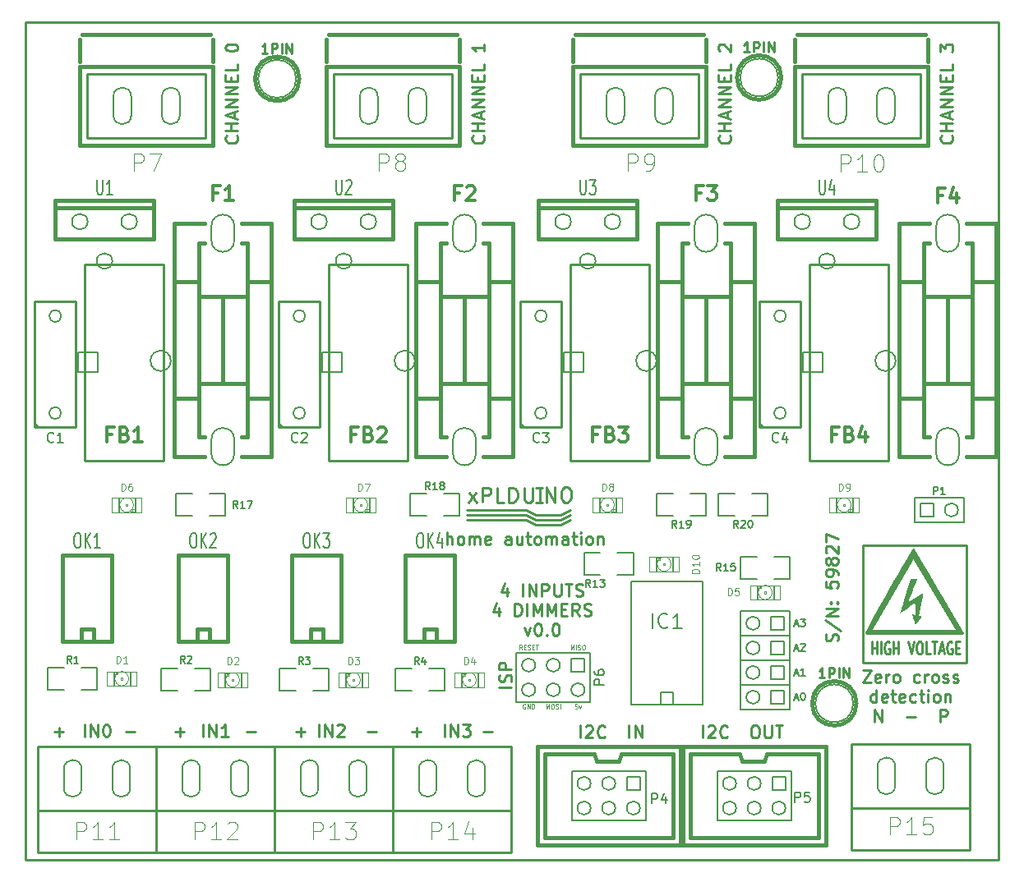
<source format=gto>
G04 (created by PCBNEW (2011-nov-30)-testing) date ven. 21 sept. 2012 14:10:17 CEST*
%MOIN*%
G04 Gerber Fmt 3.4, Leading zero omitted, Abs format*
%FSLAX34Y34*%
G01*
G70*
G90*
G04 APERTURE LIST*
%ADD10C,0.006*%
%ADD11C,0.01*%
%ADD12C,0.0045*%
%ADD13C,0.005*%
%ADD14C,0.008*%
%ADD15C,0.015*%
%ADD16C,0.0094*%
%ADD17C,0.0026*%
%ADD18C,0.004*%
%ADD19C,0.0001*%
%ADD20C,0.0035*%
%ADD21C,0.012*%
%ADD22C,0.0089*%
G04 APERTURE END LIST*
G54D10*
G54D11*
X66757Y-56412D02*
X67138Y-56412D01*
X66948Y-56602D02*
X66948Y-56221D01*
X69662Y-56412D02*
X70043Y-56412D01*
X62057Y-56412D02*
X62438Y-56412D01*
X62248Y-56602D02*
X62248Y-56221D01*
X64962Y-56412D02*
X65343Y-56412D01*
X57157Y-56412D02*
X57538Y-56412D01*
X57348Y-56602D02*
X57348Y-56221D01*
X60062Y-56412D02*
X60443Y-56412D01*
X52257Y-56412D02*
X52638Y-56412D01*
X52448Y-56602D02*
X52448Y-56221D01*
X55162Y-56412D02*
X55543Y-56412D01*
X53500Y-56602D02*
X53500Y-56102D01*
X53738Y-56602D02*
X53738Y-56102D01*
X54024Y-56602D01*
X54024Y-56102D01*
X54357Y-56102D02*
X54405Y-56102D01*
X54453Y-56126D01*
X54476Y-56150D01*
X54500Y-56198D01*
X54524Y-56293D01*
X54524Y-56412D01*
X54500Y-56507D01*
X54476Y-56555D01*
X54453Y-56579D01*
X54405Y-56602D01*
X54357Y-56602D01*
X54310Y-56579D01*
X54286Y-56555D01*
X54262Y-56507D01*
X54238Y-56412D01*
X54238Y-56293D01*
X54262Y-56198D01*
X54286Y-56150D01*
X54310Y-56126D01*
X54357Y-56102D01*
X84029Y-52716D02*
X84052Y-52644D01*
X84052Y-52525D01*
X84029Y-52478D01*
X84005Y-52454D01*
X83957Y-52430D01*
X83910Y-52430D01*
X83862Y-52454D01*
X83838Y-52478D01*
X83814Y-52525D01*
X83790Y-52621D01*
X83767Y-52668D01*
X83743Y-52692D01*
X83695Y-52716D01*
X83648Y-52716D01*
X83600Y-52692D01*
X83576Y-52668D01*
X83552Y-52621D01*
X83552Y-52501D01*
X83576Y-52430D01*
X83529Y-51859D02*
X84171Y-52287D01*
X84052Y-51692D02*
X83552Y-51692D01*
X84052Y-51406D01*
X83552Y-51406D01*
X84005Y-51168D02*
X84029Y-51144D01*
X84052Y-51168D01*
X84029Y-51192D01*
X84005Y-51168D01*
X84052Y-51168D01*
X83743Y-51168D02*
X83767Y-51144D01*
X83790Y-51168D01*
X83767Y-51192D01*
X83743Y-51168D01*
X83790Y-51168D01*
X83552Y-50311D02*
X83552Y-50549D01*
X83790Y-50573D01*
X83767Y-50549D01*
X83743Y-50501D01*
X83743Y-50382D01*
X83767Y-50335D01*
X83790Y-50311D01*
X83838Y-50287D01*
X83957Y-50287D01*
X84005Y-50311D01*
X84029Y-50335D01*
X84052Y-50382D01*
X84052Y-50501D01*
X84029Y-50549D01*
X84005Y-50573D01*
X84052Y-50049D02*
X84052Y-49954D01*
X84029Y-49906D01*
X84005Y-49882D01*
X83933Y-49835D01*
X83838Y-49811D01*
X83648Y-49811D01*
X83600Y-49835D01*
X83576Y-49859D01*
X83552Y-49906D01*
X83552Y-50002D01*
X83576Y-50049D01*
X83600Y-50073D01*
X83648Y-50097D01*
X83767Y-50097D01*
X83814Y-50073D01*
X83838Y-50049D01*
X83862Y-50002D01*
X83862Y-49906D01*
X83838Y-49859D01*
X83814Y-49835D01*
X83767Y-49811D01*
X83767Y-49526D02*
X83743Y-49573D01*
X83719Y-49597D01*
X83671Y-49621D01*
X83648Y-49621D01*
X83600Y-49597D01*
X83576Y-49573D01*
X83552Y-49526D01*
X83552Y-49430D01*
X83576Y-49383D01*
X83600Y-49359D01*
X83648Y-49335D01*
X83671Y-49335D01*
X83719Y-49359D01*
X83743Y-49383D01*
X83767Y-49430D01*
X83767Y-49526D01*
X83790Y-49573D01*
X83814Y-49597D01*
X83862Y-49621D01*
X83957Y-49621D01*
X84005Y-49597D01*
X84029Y-49573D01*
X84052Y-49526D01*
X84052Y-49430D01*
X84029Y-49383D01*
X84005Y-49359D01*
X83957Y-49335D01*
X83862Y-49335D01*
X83814Y-49359D01*
X83790Y-49383D01*
X83767Y-49430D01*
X83600Y-49145D02*
X83576Y-49121D01*
X83552Y-49073D01*
X83552Y-48954D01*
X83576Y-48907D01*
X83600Y-48883D01*
X83648Y-48859D01*
X83695Y-48859D01*
X83767Y-48883D01*
X84052Y-49169D01*
X84052Y-48859D01*
X83552Y-48693D02*
X83552Y-48359D01*
X84052Y-48574D01*
X68184Y-48802D02*
X68184Y-48302D01*
X68398Y-48802D02*
X68398Y-48540D01*
X68375Y-48493D01*
X68327Y-48469D01*
X68255Y-48469D01*
X68208Y-48493D01*
X68184Y-48517D01*
X68707Y-48802D02*
X68660Y-48779D01*
X68636Y-48755D01*
X68612Y-48707D01*
X68612Y-48564D01*
X68636Y-48517D01*
X68660Y-48493D01*
X68707Y-48469D01*
X68779Y-48469D01*
X68827Y-48493D01*
X68850Y-48517D01*
X68874Y-48564D01*
X68874Y-48707D01*
X68850Y-48755D01*
X68827Y-48779D01*
X68779Y-48802D01*
X68707Y-48802D01*
X69088Y-48802D02*
X69088Y-48469D01*
X69088Y-48517D02*
X69112Y-48493D01*
X69159Y-48469D01*
X69231Y-48469D01*
X69279Y-48493D01*
X69302Y-48540D01*
X69302Y-48802D01*
X69302Y-48540D02*
X69326Y-48493D01*
X69374Y-48469D01*
X69445Y-48469D01*
X69493Y-48493D01*
X69517Y-48540D01*
X69517Y-48802D01*
X69946Y-48779D02*
X69898Y-48802D01*
X69803Y-48802D01*
X69755Y-48779D01*
X69731Y-48731D01*
X69731Y-48540D01*
X69755Y-48493D01*
X69803Y-48469D01*
X69898Y-48469D01*
X69946Y-48493D01*
X69969Y-48540D01*
X69969Y-48588D01*
X69731Y-48636D01*
X70779Y-48802D02*
X70779Y-48540D01*
X70756Y-48493D01*
X70708Y-48469D01*
X70613Y-48469D01*
X70565Y-48493D01*
X70779Y-48779D02*
X70732Y-48802D01*
X70613Y-48802D01*
X70565Y-48779D01*
X70541Y-48731D01*
X70541Y-48683D01*
X70565Y-48636D01*
X70613Y-48612D01*
X70732Y-48612D01*
X70779Y-48588D01*
X71231Y-48469D02*
X71231Y-48802D01*
X71017Y-48469D02*
X71017Y-48731D01*
X71041Y-48779D01*
X71088Y-48802D01*
X71160Y-48802D01*
X71208Y-48779D01*
X71231Y-48755D01*
X71398Y-48469D02*
X71588Y-48469D01*
X71469Y-48302D02*
X71469Y-48731D01*
X71493Y-48779D01*
X71540Y-48802D01*
X71588Y-48802D01*
X71826Y-48802D02*
X71779Y-48779D01*
X71755Y-48755D01*
X71731Y-48707D01*
X71731Y-48564D01*
X71755Y-48517D01*
X71779Y-48493D01*
X71826Y-48469D01*
X71898Y-48469D01*
X71946Y-48493D01*
X71969Y-48517D01*
X71993Y-48564D01*
X71993Y-48707D01*
X71969Y-48755D01*
X71946Y-48779D01*
X71898Y-48802D01*
X71826Y-48802D01*
X72207Y-48802D02*
X72207Y-48469D01*
X72207Y-48517D02*
X72231Y-48493D01*
X72278Y-48469D01*
X72350Y-48469D01*
X72398Y-48493D01*
X72421Y-48540D01*
X72421Y-48802D01*
X72421Y-48540D02*
X72445Y-48493D01*
X72493Y-48469D01*
X72564Y-48469D01*
X72612Y-48493D01*
X72636Y-48540D01*
X72636Y-48802D01*
X73088Y-48802D02*
X73088Y-48540D01*
X73065Y-48493D01*
X73017Y-48469D01*
X72922Y-48469D01*
X72874Y-48493D01*
X73088Y-48779D02*
X73041Y-48802D01*
X72922Y-48802D01*
X72874Y-48779D01*
X72850Y-48731D01*
X72850Y-48683D01*
X72874Y-48636D01*
X72922Y-48612D01*
X73041Y-48612D01*
X73088Y-48588D01*
X73255Y-48469D02*
X73445Y-48469D01*
X73326Y-48302D02*
X73326Y-48731D01*
X73350Y-48779D01*
X73397Y-48802D01*
X73445Y-48802D01*
X73612Y-48802D02*
X73612Y-48469D01*
X73612Y-48302D02*
X73588Y-48326D01*
X73612Y-48350D01*
X73636Y-48326D01*
X73612Y-48302D01*
X73612Y-48350D01*
X73921Y-48802D02*
X73874Y-48779D01*
X73850Y-48755D01*
X73826Y-48707D01*
X73826Y-48564D01*
X73850Y-48517D01*
X73874Y-48493D01*
X73921Y-48469D01*
X73993Y-48469D01*
X74041Y-48493D01*
X74064Y-48517D01*
X74088Y-48564D01*
X74088Y-48707D01*
X74064Y-48755D01*
X74041Y-48779D01*
X73993Y-48802D01*
X73921Y-48802D01*
X74302Y-48469D02*
X74302Y-48802D01*
X74302Y-48517D02*
X74326Y-48493D01*
X74373Y-48469D01*
X74445Y-48469D01*
X74493Y-48493D01*
X74516Y-48540D01*
X74516Y-48802D01*
G54D12*
X73217Y-53081D02*
X73217Y-52881D01*
X73277Y-53024D01*
X73337Y-52881D01*
X73337Y-53081D01*
X73423Y-53081D02*
X73423Y-52881D01*
X73500Y-53071D02*
X73526Y-53081D01*
X73569Y-53081D01*
X73586Y-53071D01*
X73595Y-53062D01*
X73603Y-53043D01*
X73603Y-53024D01*
X73595Y-53005D01*
X73586Y-52995D01*
X73569Y-52986D01*
X73535Y-52976D01*
X73517Y-52967D01*
X73509Y-52957D01*
X73500Y-52938D01*
X73500Y-52919D01*
X73509Y-52900D01*
X73517Y-52890D01*
X73535Y-52881D01*
X73577Y-52881D01*
X73603Y-52890D01*
X73714Y-52881D02*
X73748Y-52881D01*
X73766Y-52890D01*
X73783Y-52910D01*
X73791Y-52948D01*
X73791Y-53014D01*
X73783Y-53052D01*
X73766Y-53071D01*
X73748Y-53081D01*
X73714Y-53081D01*
X73697Y-53071D01*
X73680Y-53052D01*
X73671Y-53014D01*
X73671Y-52948D01*
X73680Y-52910D01*
X73697Y-52890D01*
X73714Y-52881D01*
X71239Y-53081D02*
X71179Y-52986D01*
X71136Y-53081D02*
X71136Y-52881D01*
X71204Y-52881D01*
X71222Y-52890D01*
X71230Y-52900D01*
X71239Y-52919D01*
X71239Y-52948D01*
X71230Y-52967D01*
X71222Y-52976D01*
X71204Y-52986D01*
X71136Y-52986D01*
X71316Y-52976D02*
X71376Y-52976D01*
X71402Y-53081D02*
X71316Y-53081D01*
X71316Y-52881D01*
X71402Y-52881D01*
X71470Y-53071D02*
X71496Y-53081D01*
X71539Y-53081D01*
X71556Y-53071D01*
X71565Y-53062D01*
X71573Y-53043D01*
X71573Y-53024D01*
X71565Y-53005D01*
X71556Y-52995D01*
X71539Y-52986D01*
X71505Y-52976D01*
X71487Y-52967D01*
X71479Y-52957D01*
X71470Y-52938D01*
X71470Y-52919D01*
X71479Y-52900D01*
X71487Y-52890D01*
X71505Y-52881D01*
X71547Y-52881D01*
X71573Y-52890D01*
X71650Y-52976D02*
X71710Y-52976D01*
X71736Y-53081D02*
X71650Y-53081D01*
X71650Y-52881D01*
X71736Y-52881D01*
X71787Y-52881D02*
X71890Y-52881D01*
X71839Y-53081D02*
X71839Y-52881D01*
X71363Y-55290D02*
X71346Y-55281D01*
X71320Y-55281D01*
X71295Y-55290D01*
X71277Y-55310D01*
X71269Y-55329D01*
X71260Y-55367D01*
X71260Y-55395D01*
X71269Y-55433D01*
X71277Y-55452D01*
X71295Y-55471D01*
X71320Y-55481D01*
X71337Y-55481D01*
X71363Y-55471D01*
X71372Y-55462D01*
X71372Y-55395D01*
X71337Y-55395D01*
X71449Y-55481D02*
X71449Y-55281D01*
X71552Y-55481D01*
X71552Y-55281D01*
X71638Y-55481D02*
X71638Y-55281D01*
X71681Y-55281D01*
X71706Y-55290D01*
X71724Y-55310D01*
X71732Y-55329D01*
X71741Y-55367D01*
X71741Y-55395D01*
X71732Y-55433D01*
X71724Y-55452D01*
X71706Y-55471D01*
X71681Y-55481D01*
X71638Y-55481D01*
X72217Y-55481D02*
X72217Y-55281D01*
X72277Y-55424D01*
X72337Y-55281D01*
X72337Y-55481D01*
X72457Y-55281D02*
X72491Y-55281D01*
X72509Y-55290D01*
X72526Y-55310D01*
X72534Y-55348D01*
X72534Y-55414D01*
X72526Y-55452D01*
X72509Y-55471D01*
X72491Y-55481D01*
X72457Y-55481D01*
X72440Y-55471D01*
X72423Y-55452D01*
X72414Y-55414D01*
X72414Y-55348D01*
X72423Y-55310D01*
X72440Y-55290D01*
X72457Y-55281D01*
X72603Y-55471D02*
X72629Y-55481D01*
X72672Y-55481D01*
X72689Y-55471D01*
X72698Y-55462D01*
X72706Y-55443D01*
X72706Y-55424D01*
X72698Y-55405D01*
X72689Y-55395D01*
X72672Y-55386D01*
X72638Y-55376D01*
X72620Y-55367D01*
X72612Y-55357D01*
X72603Y-55338D01*
X72603Y-55319D01*
X72612Y-55300D01*
X72620Y-55290D01*
X72638Y-55281D01*
X72680Y-55281D01*
X72706Y-55290D01*
X72783Y-55481D02*
X72783Y-55281D01*
X73475Y-55281D02*
X73389Y-55281D01*
X73380Y-55376D01*
X73389Y-55367D01*
X73406Y-55357D01*
X73449Y-55357D01*
X73466Y-55367D01*
X73475Y-55376D01*
X73483Y-55395D01*
X73483Y-55443D01*
X73475Y-55462D01*
X73466Y-55471D01*
X73449Y-55481D01*
X73406Y-55481D01*
X73389Y-55471D01*
X73380Y-55462D01*
X73543Y-55348D02*
X73586Y-55481D01*
X73628Y-55348D01*
G54D11*
X70802Y-54588D02*
X70302Y-54588D01*
X70779Y-54374D02*
X70802Y-54302D01*
X70802Y-54183D01*
X70779Y-54136D01*
X70755Y-54112D01*
X70707Y-54088D01*
X70660Y-54088D01*
X70612Y-54112D01*
X70588Y-54136D01*
X70564Y-54183D01*
X70540Y-54279D01*
X70517Y-54326D01*
X70493Y-54350D01*
X70445Y-54374D01*
X70398Y-54374D01*
X70350Y-54350D01*
X70326Y-54326D01*
X70302Y-54279D01*
X70302Y-54159D01*
X70326Y-54088D01*
X70802Y-53874D02*
X70302Y-53874D01*
X70302Y-53683D01*
X70326Y-53636D01*
X70350Y-53612D01*
X70398Y-53588D01*
X70469Y-53588D01*
X70517Y-53612D01*
X70540Y-53636D01*
X70564Y-53683D01*
X70564Y-53874D01*
X73600Y-56652D02*
X73600Y-56152D01*
X73814Y-56200D02*
X73838Y-56176D01*
X73886Y-56152D01*
X74005Y-56152D01*
X74052Y-56176D01*
X74076Y-56200D01*
X74100Y-56248D01*
X74100Y-56295D01*
X74076Y-56367D01*
X73790Y-56652D01*
X74100Y-56652D01*
X74600Y-56605D02*
X74576Y-56629D01*
X74505Y-56652D01*
X74457Y-56652D01*
X74385Y-56629D01*
X74338Y-56581D01*
X74314Y-56533D01*
X74290Y-56438D01*
X74290Y-56367D01*
X74314Y-56271D01*
X74338Y-56224D01*
X74385Y-56176D01*
X74457Y-56152D01*
X74505Y-56152D01*
X74576Y-56176D01*
X74600Y-56200D01*
X75576Y-56652D02*
X75576Y-56152D01*
X75814Y-56652D02*
X75814Y-56152D01*
X76100Y-56652D01*
X76100Y-56152D01*
X88655Y-32202D02*
X88679Y-32226D01*
X88702Y-32297D01*
X88702Y-32345D01*
X88679Y-32417D01*
X88631Y-32464D01*
X88583Y-32488D01*
X88488Y-32512D01*
X88417Y-32512D01*
X88321Y-32488D01*
X88274Y-32464D01*
X88226Y-32417D01*
X88202Y-32345D01*
X88202Y-32297D01*
X88226Y-32226D01*
X88250Y-32202D01*
X88702Y-31988D02*
X88202Y-31988D01*
X88440Y-31988D02*
X88440Y-31702D01*
X88702Y-31702D02*
X88202Y-31702D01*
X88560Y-31488D02*
X88560Y-31250D01*
X88702Y-31535D02*
X88202Y-31369D01*
X88702Y-31202D01*
X88702Y-31035D02*
X88202Y-31035D01*
X88702Y-30749D01*
X88202Y-30749D01*
X88702Y-30511D02*
X88202Y-30511D01*
X88702Y-30225D01*
X88202Y-30225D01*
X88440Y-29987D02*
X88440Y-29820D01*
X88702Y-29749D02*
X88702Y-29987D01*
X88202Y-29987D01*
X88202Y-29749D01*
X88702Y-29297D02*
X88702Y-29535D01*
X88202Y-29535D01*
X88202Y-28797D02*
X88202Y-28487D01*
X88393Y-28654D01*
X88393Y-28582D01*
X88417Y-28535D01*
X88440Y-28511D01*
X88488Y-28487D01*
X88607Y-28487D01*
X88655Y-28511D01*
X88679Y-28535D01*
X88702Y-28582D01*
X88702Y-28725D01*
X88679Y-28773D01*
X88655Y-28797D01*
X79655Y-32202D02*
X79679Y-32226D01*
X79702Y-32297D01*
X79702Y-32345D01*
X79679Y-32417D01*
X79631Y-32464D01*
X79583Y-32488D01*
X79488Y-32512D01*
X79417Y-32512D01*
X79321Y-32488D01*
X79274Y-32464D01*
X79226Y-32417D01*
X79202Y-32345D01*
X79202Y-32297D01*
X79226Y-32226D01*
X79250Y-32202D01*
X79702Y-31988D02*
X79202Y-31988D01*
X79440Y-31988D02*
X79440Y-31702D01*
X79702Y-31702D02*
X79202Y-31702D01*
X79560Y-31488D02*
X79560Y-31250D01*
X79702Y-31535D02*
X79202Y-31369D01*
X79702Y-31202D01*
X79702Y-31035D02*
X79202Y-31035D01*
X79702Y-30749D01*
X79202Y-30749D01*
X79702Y-30511D02*
X79202Y-30511D01*
X79702Y-30225D01*
X79202Y-30225D01*
X79440Y-29987D02*
X79440Y-29820D01*
X79702Y-29749D02*
X79702Y-29987D01*
X79202Y-29987D01*
X79202Y-29749D01*
X79702Y-29297D02*
X79702Y-29535D01*
X79202Y-29535D01*
X79250Y-28773D02*
X79226Y-28749D01*
X79202Y-28701D01*
X79202Y-28582D01*
X79226Y-28535D01*
X79250Y-28511D01*
X79298Y-28487D01*
X79345Y-28487D01*
X79417Y-28511D01*
X79702Y-28797D01*
X79702Y-28487D01*
X69655Y-32202D02*
X69679Y-32226D01*
X69702Y-32297D01*
X69702Y-32345D01*
X69679Y-32417D01*
X69631Y-32464D01*
X69583Y-32488D01*
X69488Y-32512D01*
X69417Y-32512D01*
X69321Y-32488D01*
X69274Y-32464D01*
X69226Y-32417D01*
X69202Y-32345D01*
X69202Y-32297D01*
X69226Y-32226D01*
X69250Y-32202D01*
X69702Y-31988D02*
X69202Y-31988D01*
X69440Y-31988D02*
X69440Y-31702D01*
X69702Y-31702D02*
X69202Y-31702D01*
X69560Y-31488D02*
X69560Y-31250D01*
X69702Y-31535D02*
X69202Y-31369D01*
X69702Y-31202D01*
X69702Y-31035D02*
X69202Y-31035D01*
X69702Y-30749D01*
X69202Y-30749D01*
X69702Y-30511D02*
X69202Y-30511D01*
X69702Y-30225D01*
X69202Y-30225D01*
X69440Y-29987D02*
X69440Y-29820D01*
X69702Y-29749D02*
X69702Y-29987D01*
X69202Y-29987D01*
X69202Y-29749D01*
X69702Y-29297D02*
X69702Y-29535D01*
X69202Y-29535D01*
X69702Y-28487D02*
X69702Y-28773D01*
X69702Y-28630D02*
X69202Y-28630D01*
X69274Y-28678D01*
X69321Y-28725D01*
X69345Y-28773D01*
X59655Y-32202D02*
X59679Y-32226D01*
X59702Y-32297D01*
X59702Y-32345D01*
X59679Y-32417D01*
X59631Y-32464D01*
X59583Y-32488D01*
X59488Y-32512D01*
X59417Y-32512D01*
X59321Y-32488D01*
X59274Y-32464D01*
X59226Y-32417D01*
X59202Y-32345D01*
X59202Y-32297D01*
X59226Y-32226D01*
X59250Y-32202D01*
X59702Y-31988D02*
X59202Y-31988D01*
X59440Y-31988D02*
X59440Y-31702D01*
X59702Y-31702D02*
X59202Y-31702D01*
X59560Y-31488D02*
X59560Y-31250D01*
X59702Y-31535D02*
X59202Y-31369D01*
X59702Y-31202D01*
X59702Y-31035D02*
X59202Y-31035D01*
X59702Y-30749D01*
X59202Y-30749D01*
X59702Y-30511D02*
X59202Y-30511D01*
X59702Y-30225D01*
X59202Y-30225D01*
X59440Y-29987D02*
X59440Y-29820D01*
X59702Y-29749D02*
X59702Y-29987D01*
X59202Y-29987D01*
X59202Y-29749D01*
X59702Y-29297D02*
X59702Y-29535D01*
X59202Y-29535D01*
X59202Y-28654D02*
X59202Y-28606D01*
X59226Y-28558D01*
X59250Y-28535D01*
X59298Y-28511D01*
X59393Y-28487D01*
X59512Y-28487D01*
X59607Y-28511D01*
X59655Y-28535D01*
X59679Y-28558D01*
X59702Y-28606D01*
X59702Y-28654D01*
X59679Y-28701D01*
X59655Y-28725D01*
X59607Y-28749D01*
X59512Y-28773D01*
X59393Y-28773D01*
X59298Y-28749D01*
X59250Y-28725D01*
X59226Y-28701D01*
X59202Y-28654D01*
X68100Y-56602D02*
X68100Y-56102D01*
X68338Y-56602D02*
X68338Y-56102D01*
X68624Y-56602D01*
X68624Y-56102D01*
X68814Y-56102D02*
X69124Y-56102D01*
X68957Y-56293D01*
X69029Y-56293D01*
X69076Y-56317D01*
X69100Y-56340D01*
X69124Y-56388D01*
X69124Y-56507D01*
X69100Y-56555D01*
X69076Y-56579D01*
X69029Y-56602D01*
X68886Y-56602D01*
X68838Y-56579D01*
X68814Y-56555D01*
X63000Y-56602D02*
X63000Y-56102D01*
X63238Y-56602D02*
X63238Y-56102D01*
X63524Y-56602D01*
X63524Y-56102D01*
X63738Y-56150D02*
X63762Y-56126D01*
X63810Y-56102D01*
X63929Y-56102D01*
X63976Y-56126D01*
X64000Y-56150D01*
X64024Y-56198D01*
X64024Y-56245D01*
X64000Y-56317D01*
X63714Y-56602D01*
X64024Y-56602D01*
X58300Y-56602D02*
X58300Y-56102D01*
X58538Y-56602D02*
X58538Y-56102D01*
X58824Y-56602D01*
X58824Y-56102D01*
X59324Y-56602D02*
X59038Y-56602D01*
X59181Y-56602D02*
X59181Y-56102D01*
X59133Y-56174D01*
X59086Y-56221D01*
X59038Y-56245D01*
X78567Y-56652D02*
X78567Y-56152D01*
X78781Y-56200D02*
X78805Y-56176D01*
X78853Y-56152D01*
X78972Y-56152D01*
X79019Y-56176D01*
X79043Y-56200D01*
X79067Y-56248D01*
X79067Y-56295D01*
X79043Y-56367D01*
X78757Y-56652D01*
X79067Y-56652D01*
X79567Y-56605D02*
X79543Y-56629D01*
X79472Y-56652D01*
X79424Y-56652D01*
X79352Y-56629D01*
X79305Y-56581D01*
X79281Y-56533D01*
X79257Y-56438D01*
X79257Y-56367D01*
X79281Y-56271D01*
X79305Y-56224D01*
X79352Y-56176D01*
X79424Y-56152D01*
X79472Y-56152D01*
X79543Y-56176D01*
X79567Y-56200D01*
X80638Y-56152D02*
X80734Y-56152D01*
X80781Y-56176D01*
X80829Y-56224D01*
X80853Y-56319D01*
X80853Y-56486D01*
X80829Y-56581D01*
X80781Y-56629D01*
X80734Y-56652D01*
X80638Y-56652D01*
X80591Y-56629D01*
X80543Y-56581D01*
X80519Y-56486D01*
X80519Y-56319D01*
X80543Y-56224D01*
X80591Y-56176D01*
X80638Y-56152D01*
X81067Y-56152D02*
X81067Y-56557D01*
X81091Y-56605D01*
X81115Y-56629D01*
X81162Y-56652D01*
X81258Y-56652D01*
X81305Y-56629D01*
X81329Y-56605D01*
X81353Y-56557D01*
X81353Y-56152D01*
X81520Y-56152D02*
X81805Y-56152D01*
X81662Y-56652D02*
X81662Y-56152D01*
X70633Y-50569D02*
X70633Y-50902D01*
X70514Y-50379D02*
X70395Y-50736D01*
X70705Y-50736D01*
X71276Y-50902D02*
X71276Y-50402D01*
X71514Y-50902D02*
X71514Y-50402D01*
X71800Y-50902D01*
X71800Y-50402D01*
X72038Y-50902D02*
X72038Y-50402D01*
X72229Y-50402D01*
X72276Y-50426D01*
X72300Y-50450D01*
X72324Y-50498D01*
X72324Y-50569D01*
X72300Y-50617D01*
X72276Y-50640D01*
X72229Y-50664D01*
X72038Y-50664D01*
X72538Y-50402D02*
X72538Y-50807D01*
X72562Y-50855D01*
X72586Y-50879D01*
X72633Y-50902D01*
X72729Y-50902D01*
X72776Y-50879D01*
X72800Y-50855D01*
X72824Y-50807D01*
X72824Y-50402D01*
X72991Y-50402D02*
X73276Y-50402D01*
X73133Y-50902D02*
X73133Y-50402D01*
X73419Y-50879D02*
X73491Y-50902D01*
X73610Y-50902D01*
X73657Y-50879D01*
X73681Y-50855D01*
X73705Y-50807D01*
X73705Y-50760D01*
X73681Y-50712D01*
X73657Y-50688D01*
X73610Y-50664D01*
X73514Y-50640D01*
X73467Y-50617D01*
X73443Y-50593D01*
X73419Y-50545D01*
X73419Y-50498D01*
X73443Y-50450D01*
X73467Y-50426D01*
X73514Y-50402D01*
X73634Y-50402D01*
X73705Y-50426D01*
X70301Y-51369D02*
X70301Y-51702D01*
X70182Y-51179D02*
X70063Y-51536D01*
X70373Y-51536D01*
X70944Y-51702D02*
X70944Y-51202D01*
X71063Y-51202D01*
X71135Y-51226D01*
X71182Y-51274D01*
X71206Y-51321D01*
X71230Y-51417D01*
X71230Y-51488D01*
X71206Y-51583D01*
X71182Y-51631D01*
X71135Y-51679D01*
X71063Y-51702D01*
X70944Y-51702D01*
X71444Y-51702D02*
X71444Y-51202D01*
X71682Y-51702D02*
X71682Y-51202D01*
X71849Y-51560D01*
X72015Y-51202D01*
X72015Y-51702D01*
X72253Y-51702D02*
X72253Y-51202D01*
X72420Y-51560D01*
X72586Y-51202D01*
X72586Y-51702D01*
X72824Y-51440D02*
X72991Y-51440D01*
X73062Y-51702D02*
X72824Y-51702D01*
X72824Y-51202D01*
X73062Y-51202D01*
X73562Y-51702D02*
X73395Y-51464D01*
X73276Y-51702D02*
X73276Y-51202D01*
X73467Y-51202D01*
X73514Y-51226D01*
X73538Y-51250D01*
X73562Y-51298D01*
X73562Y-51369D01*
X73538Y-51417D01*
X73514Y-51440D01*
X73467Y-51464D01*
X73276Y-51464D01*
X73752Y-51679D02*
X73824Y-51702D01*
X73943Y-51702D01*
X73990Y-51679D01*
X74014Y-51655D01*
X74038Y-51607D01*
X74038Y-51560D01*
X74014Y-51512D01*
X73990Y-51488D01*
X73943Y-51464D01*
X73847Y-51440D01*
X73800Y-51417D01*
X73776Y-51393D01*
X73752Y-51345D01*
X73752Y-51298D01*
X73776Y-51250D01*
X73800Y-51226D01*
X73847Y-51202D01*
X73967Y-51202D01*
X74038Y-51226D01*
X71336Y-52169D02*
X71455Y-52502D01*
X71575Y-52169D01*
X71860Y-52002D02*
X71908Y-52002D01*
X71956Y-52026D01*
X71979Y-52050D01*
X72003Y-52098D01*
X72027Y-52193D01*
X72027Y-52312D01*
X72003Y-52407D01*
X71979Y-52455D01*
X71956Y-52479D01*
X71908Y-52502D01*
X71860Y-52502D01*
X71813Y-52479D01*
X71789Y-52455D01*
X71765Y-52407D01*
X71741Y-52312D01*
X71741Y-52193D01*
X71765Y-52098D01*
X71789Y-52050D01*
X71813Y-52026D01*
X71860Y-52002D01*
X72241Y-52455D02*
X72265Y-52479D01*
X72241Y-52502D01*
X72217Y-52479D01*
X72241Y-52455D01*
X72241Y-52502D01*
X72574Y-52002D02*
X72622Y-52002D01*
X72670Y-52026D01*
X72693Y-52050D01*
X72717Y-52098D01*
X72741Y-52193D01*
X72741Y-52312D01*
X72717Y-52407D01*
X72693Y-52455D01*
X72670Y-52479D01*
X72622Y-52502D01*
X72574Y-52502D01*
X72527Y-52479D01*
X72503Y-52455D01*
X72479Y-52407D01*
X72455Y-52312D01*
X72455Y-52193D01*
X72479Y-52098D01*
X72503Y-52050D01*
X72527Y-52026D01*
X72574Y-52002D01*
X85047Y-53902D02*
X85381Y-53902D01*
X85047Y-54402D01*
X85381Y-54402D01*
X85762Y-54379D02*
X85714Y-54402D01*
X85619Y-54402D01*
X85571Y-54379D01*
X85547Y-54331D01*
X85547Y-54140D01*
X85571Y-54093D01*
X85619Y-54069D01*
X85714Y-54069D01*
X85762Y-54093D01*
X85785Y-54140D01*
X85785Y-54188D01*
X85547Y-54236D01*
X86000Y-54402D02*
X86000Y-54069D01*
X86000Y-54164D02*
X86024Y-54117D01*
X86048Y-54093D01*
X86095Y-54069D01*
X86143Y-54069D01*
X86381Y-54402D02*
X86334Y-54379D01*
X86310Y-54355D01*
X86286Y-54307D01*
X86286Y-54164D01*
X86310Y-54117D01*
X86334Y-54093D01*
X86381Y-54069D01*
X86453Y-54069D01*
X86501Y-54093D01*
X86524Y-54117D01*
X86548Y-54164D01*
X86548Y-54307D01*
X86524Y-54355D01*
X86501Y-54379D01*
X86453Y-54402D01*
X86381Y-54402D01*
X87357Y-54379D02*
X87310Y-54402D01*
X87214Y-54402D01*
X87167Y-54379D01*
X87143Y-54355D01*
X87119Y-54307D01*
X87119Y-54164D01*
X87143Y-54117D01*
X87167Y-54093D01*
X87214Y-54069D01*
X87310Y-54069D01*
X87357Y-54093D01*
X87572Y-54402D02*
X87572Y-54069D01*
X87572Y-54164D02*
X87596Y-54117D01*
X87620Y-54093D01*
X87667Y-54069D01*
X87715Y-54069D01*
X87953Y-54402D02*
X87906Y-54379D01*
X87882Y-54355D01*
X87858Y-54307D01*
X87858Y-54164D01*
X87882Y-54117D01*
X87906Y-54093D01*
X87953Y-54069D01*
X88025Y-54069D01*
X88073Y-54093D01*
X88096Y-54117D01*
X88120Y-54164D01*
X88120Y-54307D01*
X88096Y-54355D01*
X88073Y-54379D01*
X88025Y-54402D01*
X87953Y-54402D01*
X88310Y-54379D02*
X88358Y-54402D01*
X88453Y-54402D01*
X88501Y-54379D01*
X88525Y-54331D01*
X88525Y-54307D01*
X88501Y-54260D01*
X88453Y-54236D01*
X88382Y-54236D01*
X88334Y-54212D01*
X88310Y-54164D01*
X88310Y-54140D01*
X88334Y-54093D01*
X88382Y-54069D01*
X88453Y-54069D01*
X88501Y-54093D01*
X88715Y-54379D02*
X88763Y-54402D01*
X88858Y-54402D01*
X88906Y-54379D01*
X88930Y-54331D01*
X88930Y-54307D01*
X88906Y-54260D01*
X88858Y-54236D01*
X88787Y-54236D01*
X88739Y-54212D01*
X88715Y-54164D01*
X88715Y-54140D01*
X88739Y-54093D01*
X88787Y-54069D01*
X88858Y-54069D01*
X88906Y-54093D01*
X85607Y-55202D02*
X85607Y-54702D01*
X85607Y-55179D02*
X85560Y-55202D01*
X85464Y-55202D01*
X85417Y-55179D01*
X85393Y-55155D01*
X85369Y-55107D01*
X85369Y-54964D01*
X85393Y-54917D01*
X85417Y-54893D01*
X85464Y-54869D01*
X85560Y-54869D01*
X85607Y-54893D01*
X86036Y-55179D02*
X85988Y-55202D01*
X85893Y-55202D01*
X85845Y-55179D01*
X85821Y-55131D01*
X85821Y-54940D01*
X85845Y-54893D01*
X85893Y-54869D01*
X85988Y-54869D01*
X86036Y-54893D01*
X86059Y-54940D01*
X86059Y-54988D01*
X85821Y-55036D01*
X86203Y-54869D02*
X86393Y-54869D01*
X86274Y-54702D02*
X86274Y-55131D01*
X86298Y-55179D01*
X86345Y-55202D01*
X86393Y-55202D01*
X86751Y-55179D02*
X86703Y-55202D01*
X86608Y-55202D01*
X86560Y-55179D01*
X86536Y-55131D01*
X86536Y-54940D01*
X86560Y-54893D01*
X86608Y-54869D01*
X86703Y-54869D01*
X86751Y-54893D01*
X86774Y-54940D01*
X86774Y-54988D01*
X86536Y-55036D01*
X87203Y-55179D02*
X87156Y-55202D01*
X87060Y-55202D01*
X87013Y-55179D01*
X86989Y-55155D01*
X86965Y-55107D01*
X86965Y-54964D01*
X86989Y-54917D01*
X87013Y-54893D01*
X87060Y-54869D01*
X87156Y-54869D01*
X87203Y-54893D01*
X87347Y-54869D02*
X87537Y-54869D01*
X87418Y-54702D02*
X87418Y-55131D01*
X87442Y-55179D01*
X87489Y-55202D01*
X87537Y-55202D01*
X87704Y-55202D02*
X87704Y-54869D01*
X87704Y-54702D02*
X87680Y-54726D01*
X87704Y-54750D01*
X87728Y-54726D01*
X87704Y-54702D01*
X87704Y-54750D01*
X88013Y-55202D02*
X87966Y-55179D01*
X87942Y-55155D01*
X87918Y-55107D01*
X87918Y-54964D01*
X87942Y-54917D01*
X87966Y-54893D01*
X88013Y-54869D01*
X88085Y-54869D01*
X88133Y-54893D01*
X88156Y-54917D01*
X88180Y-54964D01*
X88180Y-55107D01*
X88156Y-55155D01*
X88133Y-55179D01*
X88085Y-55202D01*
X88013Y-55202D01*
X88394Y-54869D02*
X88394Y-55202D01*
X88394Y-54917D02*
X88418Y-54893D01*
X88465Y-54869D01*
X88537Y-54869D01*
X88585Y-54893D01*
X88608Y-54940D01*
X88608Y-55202D01*
X85536Y-56002D02*
X85536Y-55502D01*
X85822Y-56002D01*
X85822Y-55502D01*
X86822Y-55812D02*
X87203Y-55812D01*
X88203Y-56002D02*
X88203Y-55502D01*
X88394Y-55502D01*
X88441Y-55526D01*
X88465Y-55550D01*
X88489Y-55598D01*
X88489Y-55669D01*
X88465Y-55717D01*
X88441Y-55740D01*
X88394Y-55764D01*
X88203Y-55764D01*
X51100Y-61600D02*
X51100Y-61400D01*
X90550Y-61600D02*
X51100Y-61600D01*
X90550Y-27600D02*
X90550Y-61600D01*
X51100Y-27600D02*
X90550Y-27600D01*
X51100Y-61400D02*
X51100Y-27600D01*
G54D13*
X78550Y-50300D02*
X75650Y-50300D01*
X75650Y-55300D02*
X78550Y-55300D01*
X78550Y-50300D02*
X78550Y-55300D01*
X75650Y-55300D02*
X75650Y-50300D01*
X76850Y-55300D02*
X76850Y-54800D01*
X76850Y-54800D02*
X77350Y-54800D01*
X77350Y-54800D02*
X77350Y-55300D01*
X54000Y-54700D02*
X54000Y-53800D01*
X54000Y-53800D02*
X53350Y-53800D01*
X52650Y-54700D02*
X52000Y-54700D01*
X52000Y-54700D02*
X52000Y-53800D01*
X52000Y-53800D02*
X52650Y-53800D01*
X53350Y-54700D02*
X54000Y-54700D01*
X66700Y-46750D02*
X66700Y-47650D01*
X66700Y-47650D02*
X67350Y-47650D01*
X68050Y-46750D02*
X68700Y-46750D01*
X68700Y-46750D02*
X68700Y-47650D01*
X68700Y-47650D02*
X68050Y-47650D01*
X67350Y-46750D02*
X66700Y-46750D01*
X58600Y-54750D02*
X58600Y-53850D01*
X58600Y-53850D02*
X57950Y-53850D01*
X57250Y-54750D02*
X56600Y-54750D01*
X56600Y-54750D02*
X56600Y-53850D01*
X56600Y-53850D02*
X57250Y-53850D01*
X57950Y-54750D02*
X58600Y-54750D01*
X76700Y-46750D02*
X76700Y-47650D01*
X76700Y-47650D02*
X77350Y-47650D01*
X78050Y-46750D02*
X78700Y-46750D01*
X78700Y-46750D02*
X78700Y-47650D01*
X78700Y-47650D02*
X78050Y-47650D01*
X77350Y-46750D02*
X76700Y-46750D01*
X68100Y-54750D02*
X68100Y-53850D01*
X68100Y-53850D02*
X67450Y-53850D01*
X66750Y-54750D02*
X66100Y-54750D01*
X66100Y-54750D02*
X66100Y-53850D01*
X66100Y-53850D02*
X66750Y-53850D01*
X67450Y-54750D02*
X68100Y-54750D01*
X57200Y-46750D02*
X57200Y-47650D01*
X57200Y-47650D02*
X57850Y-47650D01*
X58550Y-46750D02*
X59200Y-46750D01*
X59200Y-46750D02*
X59200Y-47650D01*
X59200Y-47650D02*
X58550Y-47650D01*
X57850Y-46750D02*
X57200Y-46750D01*
X63400Y-54750D02*
X63400Y-53850D01*
X63400Y-53850D02*
X62750Y-53850D01*
X62050Y-54750D02*
X61400Y-54750D01*
X61400Y-54750D02*
X61400Y-53850D01*
X61400Y-53850D02*
X62050Y-53850D01*
X62750Y-54750D02*
X63400Y-54750D01*
X81200Y-47650D02*
X81200Y-46750D01*
X81200Y-46750D02*
X80550Y-46750D01*
X79850Y-47650D02*
X79200Y-47650D01*
X79200Y-47650D02*
X79200Y-46750D01*
X79200Y-46750D02*
X79850Y-46750D01*
X80550Y-47650D02*
X81200Y-47650D01*
X80100Y-49300D02*
X80100Y-50200D01*
X80100Y-50200D02*
X80750Y-50200D01*
X81450Y-49300D02*
X82100Y-49300D01*
X82100Y-49300D02*
X82100Y-50200D01*
X82100Y-50200D02*
X81450Y-50200D01*
X80750Y-49300D02*
X80100Y-49300D01*
G54D14*
X71000Y-53200D02*
X74000Y-53200D01*
X74000Y-55200D02*
X71000Y-55200D01*
X71000Y-55200D02*
X71000Y-53200D01*
X74000Y-53200D02*
X74000Y-55200D01*
G54D15*
X63300Y-29200D02*
X63300Y-28300D01*
X68700Y-29200D02*
X68700Y-28300D01*
X68600Y-28100D02*
X63400Y-28100D01*
G54D16*
X68400Y-32300D02*
X63700Y-32300D01*
X63700Y-32300D02*
X63600Y-32300D01*
X63600Y-32300D02*
X63600Y-29700D01*
X63600Y-29700D02*
X68400Y-29700D01*
X68400Y-29700D02*
X68400Y-32300D01*
G54D15*
X68700Y-32600D02*
X68700Y-29400D01*
X63300Y-32600D02*
X63300Y-29400D01*
X66000Y-32600D02*
X63300Y-32600D01*
X63300Y-29400D02*
X68700Y-29400D01*
X68700Y-32600D02*
X66000Y-32600D01*
X73300Y-29200D02*
X73300Y-28300D01*
X78700Y-29200D02*
X78700Y-28300D01*
X78600Y-28100D02*
X73400Y-28100D01*
G54D16*
X78400Y-32300D02*
X73700Y-32300D01*
X73700Y-32300D02*
X73600Y-32300D01*
X73600Y-32300D02*
X73600Y-29700D01*
X73600Y-29700D02*
X78400Y-29700D01*
X78400Y-29700D02*
X78400Y-32300D01*
G54D15*
X78700Y-32600D02*
X78700Y-29400D01*
X73300Y-32600D02*
X73300Y-29400D01*
X76000Y-32600D02*
X73300Y-32600D01*
X73300Y-29400D02*
X78700Y-29400D01*
X78700Y-32600D02*
X76000Y-32600D01*
X53300Y-29200D02*
X53300Y-28300D01*
X58700Y-29200D02*
X58700Y-28300D01*
X58600Y-28100D02*
X53400Y-28100D01*
G54D16*
X58400Y-32300D02*
X53700Y-32300D01*
X53700Y-32300D02*
X53600Y-32300D01*
X53600Y-32300D02*
X53600Y-29700D01*
X53600Y-29700D02*
X58400Y-29700D01*
X58400Y-29700D02*
X58400Y-32300D01*
G54D15*
X58700Y-32600D02*
X58700Y-29400D01*
X53300Y-32600D02*
X53300Y-29400D01*
X56000Y-32600D02*
X53300Y-32600D01*
X53300Y-29400D02*
X58700Y-29400D01*
X58700Y-32600D02*
X56000Y-32600D01*
G54D17*
X55161Y-47239D02*
X55239Y-47239D01*
X55239Y-47239D02*
X55239Y-47161D01*
X55161Y-47161D02*
X55239Y-47161D01*
X55161Y-47239D02*
X55161Y-47161D01*
X55377Y-47475D02*
X55514Y-47475D01*
X55514Y-47475D02*
X55514Y-47377D01*
X55377Y-47377D02*
X55514Y-47377D01*
X55377Y-47475D02*
X55377Y-47377D01*
X55514Y-47475D02*
X55554Y-47475D01*
X55554Y-47475D02*
X55554Y-47004D01*
X55514Y-47004D02*
X55554Y-47004D01*
X55514Y-47475D02*
X55514Y-47004D01*
X55514Y-46984D02*
X55554Y-46984D01*
X55554Y-46984D02*
X55554Y-46925D01*
X55514Y-46925D02*
X55554Y-46925D01*
X55514Y-46984D02*
X55514Y-46925D01*
X54846Y-47475D02*
X54886Y-47475D01*
X54886Y-47475D02*
X54886Y-47004D01*
X54846Y-47004D02*
X54886Y-47004D01*
X54846Y-47475D02*
X54846Y-47004D01*
X54846Y-46984D02*
X54886Y-46984D01*
X54886Y-46984D02*
X54886Y-46925D01*
X54846Y-46925D02*
X54886Y-46925D01*
X54846Y-46984D02*
X54846Y-46925D01*
X55377Y-47475D02*
X55436Y-47475D01*
X55436Y-47475D02*
X55436Y-47377D01*
X55377Y-47377D02*
X55436Y-47377D01*
X55377Y-47475D02*
X55377Y-47377D01*
G54D18*
X55810Y-47495D02*
X54590Y-47495D01*
X54590Y-47495D02*
X54590Y-46905D01*
X54590Y-46905D02*
X55810Y-46905D01*
X55810Y-46905D02*
X55810Y-47495D01*
X54985Y-47396D02*
G75*
G03X55416Y-47395I215J196D01*
G74*
G01*
X54985Y-47004D02*
G75*
G03X54984Y-47395I215J-196D01*
G74*
G01*
X55415Y-47004D02*
G75*
G03X54984Y-47005I-215J-196D01*
G74*
G01*
X55415Y-47396D02*
G75*
G03X55416Y-47005I-215J196D01*
G74*
G01*
G54D17*
X81139Y-50711D02*
X81061Y-50711D01*
X81061Y-50711D02*
X81061Y-50789D01*
X81139Y-50789D02*
X81061Y-50789D01*
X81139Y-50711D02*
X81139Y-50789D01*
X80923Y-50475D02*
X80786Y-50475D01*
X80786Y-50475D02*
X80786Y-50573D01*
X80923Y-50573D02*
X80786Y-50573D01*
X80923Y-50475D02*
X80923Y-50573D01*
X80786Y-50475D02*
X80746Y-50475D01*
X80746Y-50475D02*
X80746Y-50946D01*
X80786Y-50946D02*
X80746Y-50946D01*
X80786Y-50475D02*
X80786Y-50946D01*
X80786Y-50966D02*
X80746Y-50966D01*
X80746Y-50966D02*
X80746Y-51025D01*
X80786Y-51025D02*
X80746Y-51025D01*
X80786Y-50966D02*
X80786Y-51025D01*
X81454Y-50475D02*
X81414Y-50475D01*
X81414Y-50475D02*
X81414Y-50946D01*
X81454Y-50946D02*
X81414Y-50946D01*
X81454Y-50475D02*
X81454Y-50946D01*
X81454Y-50966D02*
X81414Y-50966D01*
X81414Y-50966D02*
X81414Y-51025D01*
X81454Y-51025D02*
X81414Y-51025D01*
X81454Y-50966D02*
X81454Y-51025D01*
X80923Y-50475D02*
X80864Y-50475D01*
X80864Y-50475D02*
X80864Y-50573D01*
X80923Y-50573D02*
X80864Y-50573D01*
X80923Y-50475D02*
X80923Y-50573D01*
G54D18*
X80490Y-50455D02*
X81710Y-50455D01*
X81710Y-50455D02*
X81710Y-51045D01*
X81710Y-51045D02*
X80490Y-51045D01*
X80490Y-51045D02*
X80490Y-50455D01*
X81315Y-50554D02*
G75*
G03X80884Y-50555I-215J-196D01*
G74*
G01*
X81315Y-50946D02*
G75*
G03X81316Y-50555I-215J196D01*
G74*
G01*
X80885Y-50946D02*
G75*
G03X81316Y-50945I215J196D01*
G74*
G01*
X80885Y-50554D02*
G75*
G03X80884Y-50945I215J-196D01*
G74*
G01*
G54D17*
X64661Y-47239D02*
X64739Y-47239D01*
X64739Y-47239D02*
X64739Y-47161D01*
X64661Y-47161D02*
X64739Y-47161D01*
X64661Y-47239D02*
X64661Y-47161D01*
X64877Y-47475D02*
X65014Y-47475D01*
X65014Y-47475D02*
X65014Y-47377D01*
X64877Y-47377D02*
X65014Y-47377D01*
X64877Y-47475D02*
X64877Y-47377D01*
X65014Y-47475D02*
X65054Y-47475D01*
X65054Y-47475D02*
X65054Y-47004D01*
X65014Y-47004D02*
X65054Y-47004D01*
X65014Y-47475D02*
X65014Y-47004D01*
X65014Y-46984D02*
X65054Y-46984D01*
X65054Y-46984D02*
X65054Y-46925D01*
X65014Y-46925D02*
X65054Y-46925D01*
X65014Y-46984D02*
X65014Y-46925D01*
X64346Y-47475D02*
X64386Y-47475D01*
X64386Y-47475D02*
X64386Y-47004D01*
X64346Y-47004D02*
X64386Y-47004D01*
X64346Y-47475D02*
X64346Y-47004D01*
X64346Y-46984D02*
X64386Y-46984D01*
X64386Y-46984D02*
X64386Y-46925D01*
X64346Y-46925D02*
X64386Y-46925D01*
X64346Y-46984D02*
X64346Y-46925D01*
X64877Y-47475D02*
X64936Y-47475D01*
X64936Y-47475D02*
X64936Y-47377D01*
X64877Y-47377D02*
X64936Y-47377D01*
X64877Y-47475D02*
X64877Y-47377D01*
G54D18*
X65310Y-47495D02*
X64090Y-47495D01*
X64090Y-47495D02*
X64090Y-46905D01*
X64090Y-46905D02*
X65310Y-46905D01*
X65310Y-46905D02*
X65310Y-47495D01*
X64485Y-47396D02*
G75*
G03X64916Y-47395I215J196D01*
G74*
G01*
X64485Y-47004D02*
G75*
G03X64484Y-47395I215J-196D01*
G74*
G01*
X64915Y-47004D02*
G75*
G03X64484Y-47005I-215J-196D01*
G74*
G01*
X64915Y-47396D02*
G75*
G03X64916Y-47005I-215J196D01*
G74*
G01*
G54D17*
X55039Y-54211D02*
X54961Y-54211D01*
X54961Y-54211D02*
X54961Y-54289D01*
X55039Y-54289D02*
X54961Y-54289D01*
X55039Y-54211D02*
X55039Y-54289D01*
X54823Y-53975D02*
X54686Y-53975D01*
X54686Y-53975D02*
X54686Y-54073D01*
X54823Y-54073D02*
X54686Y-54073D01*
X54823Y-53975D02*
X54823Y-54073D01*
X54686Y-53975D02*
X54646Y-53975D01*
X54646Y-53975D02*
X54646Y-54446D01*
X54686Y-54446D02*
X54646Y-54446D01*
X54686Y-53975D02*
X54686Y-54446D01*
X54686Y-54466D02*
X54646Y-54466D01*
X54646Y-54466D02*
X54646Y-54525D01*
X54686Y-54525D02*
X54646Y-54525D01*
X54686Y-54466D02*
X54686Y-54525D01*
X55354Y-53975D02*
X55314Y-53975D01*
X55314Y-53975D02*
X55314Y-54446D01*
X55354Y-54446D02*
X55314Y-54446D01*
X55354Y-53975D02*
X55354Y-54446D01*
X55354Y-54466D02*
X55314Y-54466D01*
X55314Y-54466D02*
X55314Y-54525D01*
X55354Y-54525D02*
X55314Y-54525D01*
X55354Y-54466D02*
X55354Y-54525D01*
X54823Y-53975D02*
X54764Y-53975D01*
X54764Y-53975D02*
X54764Y-54073D01*
X54823Y-54073D02*
X54764Y-54073D01*
X54823Y-53975D02*
X54823Y-54073D01*
G54D18*
X54390Y-53955D02*
X55610Y-53955D01*
X55610Y-53955D02*
X55610Y-54545D01*
X55610Y-54545D02*
X54390Y-54545D01*
X54390Y-54545D02*
X54390Y-53955D01*
X55215Y-54054D02*
G75*
G03X54784Y-54055I-215J-196D01*
G74*
G01*
X55215Y-54446D02*
G75*
G03X55216Y-54055I-215J196D01*
G74*
G01*
X54785Y-54446D02*
G75*
G03X55216Y-54445I215J196D01*
G74*
G01*
X54785Y-54054D02*
G75*
G03X54784Y-54445I215J-196D01*
G74*
G01*
G54D17*
X59539Y-54261D02*
X59461Y-54261D01*
X59461Y-54261D02*
X59461Y-54339D01*
X59539Y-54339D02*
X59461Y-54339D01*
X59539Y-54261D02*
X59539Y-54339D01*
X59323Y-54025D02*
X59186Y-54025D01*
X59186Y-54025D02*
X59186Y-54123D01*
X59323Y-54123D02*
X59186Y-54123D01*
X59323Y-54025D02*
X59323Y-54123D01*
X59186Y-54025D02*
X59146Y-54025D01*
X59146Y-54025D02*
X59146Y-54496D01*
X59186Y-54496D02*
X59146Y-54496D01*
X59186Y-54025D02*
X59186Y-54496D01*
X59186Y-54516D02*
X59146Y-54516D01*
X59146Y-54516D02*
X59146Y-54575D01*
X59186Y-54575D02*
X59146Y-54575D01*
X59186Y-54516D02*
X59186Y-54575D01*
X59854Y-54025D02*
X59814Y-54025D01*
X59814Y-54025D02*
X59814Y-54496D01*
X59854Y-54496D02*
X59814Y-54496D01*
X59854Y-54025D02*
X59854Y-54496D01*
X59854Y-54516D02*
X59814Y-54516D01*
X59814Y-54516D02*
X59814Y-54575D01*
X59854Y-54575D02*
X59814Y-54575D01*
X59854Y-54516D02*
X59854Y-54575D01*
X59323Y-54025D02*
X59264Y-54025D01*
X59264Y-54025D02*
X59264Y-54123D01*
X59323Y-54123D02*
X59264Y-54123D01*
X59323Y-54025D02*
X59323Y-54123D01*
G54D18*
X58890Y-54005D02*
X60110Y-54005D01*
X60110Y-54005D02*
X60110Y-54595D01*
X60110Y-54595D02*
X58890Y-54595D01*
X58890Y-54595D02*
X58890Y-54005D01*
X59715Y-54104D02*
G75*
G03X59284Y-54105I-215J-196D01*
G74*
G01*
X59715Y-54496D02*
G75*
G03X59716Y-54105I-215J196D01*
G74*
G01*
X59285Y-54496D02*
G75*
G03X59716Y-54495I215J196D01*
G74*
G01*
X59285Y-54104D02*
G75*
G03X59284Y-54495I215J-196D01*
G74*
G01*
G54D17*
X84261Y-47239D02*
X84339Y-47239D01*
X84339Y-47239D02*
X84339Y-47161D01*
X84261Y-47161D02*
X84339Y-47161D01*
X84261Y-47239D02*
X84261Y-47161D01*
X84477Y-47475D02*
X84614Y-47475D01*
X84614Y-47475D02*
X84614Y-47377D01*
X84477Y-47377D02*
X84614Y-47377D01*
X84477Y-47475D02*
X84477Y-47377D01*
X84614Y-47475D02*
X84654Y-47475D01*
X84654Y-47475D02*
X84654Y-47004D01*
X84614Y-47004D02*
X84654Y-47004D01*
X84614Y-47475D02*
X84614Y-47004D01*
X84614Y-46984D02*
X84654Y-46984D01*
X84654Y-46984D02*
X84654Y-46925D01*
X84614Y-46925D02*
X84654Y-46925D01*
X84614Y-46984D02*
X84614Y-46925D01*
X83946Y-47475D02*
X83986Y-47475D01*
X83986Y-47475D02*
X83986Y-47004D01*
X83946Y-47004D02*
X83986Y-47004D01*
X83946Y-47475D02*
X83946Y-47004D01*
X83946Y-46984D02*
X83986Y-46984D01*
X83986Y-46984D02*
X83986Y-46925D01*
X83946Y-46925D02*
X83986Y-46925D01*
X83946Y-46984D02*
X83946Y-46925D01*
X84477Y-47475D02*
X84536Y-47475D01*
X84536Y-47475D02*
X84536Y-47377D01*
X84477Y-47377D02*
X84536Y-47377D01*
X84477Y-47475D02*
X84477Y-47377D01*
G54D18*
X84910Y-47495D02*
X83690Y-47495D01*
X83690Y-47495D02*
X83690Y-46905D01*
X83690Y-46905D02*
X84910Y-46905D01*
X84910Y-46905D02*
X84910Y-47495D01*
X84085Y-47396D02*
G75*
G03X84516Y-47395I215J196D01*
G74*
G01*
X84085Y-47004D02*
G75*
G03X84084Y-47395I215J-196D01*
G74*
G01*
X84515Y-47004D02*
G75*
G03X84084Y-47005I-215J-196D01*
G74*
G01*
X84515Y-47396D02*
G75*
G03X84516Y-47005I-215J196D01*
G74*
G01*
G54D17*
X64439Y-54261D02*
X64361Y-54261D01*
X64361Y-54261D02*
X64361Y-54339D01*
X64439Y-54339D02*
X64361Y-54339D01*
X64439Y-54261D02*
X64439Y-54339D01*
X64223Y-54025D02*
X64086Y-54025D01*
X64086Y-54025D02*
X64086Y-54123D01*
X64223Y-54123D02*
X64086Y-54123D01*
X64223Y-54025D02*
X64223Y-54123D01*
X64086Y-54025D02*
X64046Y-54025D01*
X64046Y-54025D02*
X64046Y-54496D01*
X64086Y-54496D02*
X64046Y-54496D01*
X64086Y-54025D02*
X64086Y-54496D01*
X64086Y-54516D02*
X64046Y-54516D01*
X64046Y-54516D02*
X64046Y-54575D01*
X64086Y-54575D02*
X64046Y-54575D01*
X64086Y-54516D02*
X64086Y-54575D01*
X64754Y-54025D02*
X64714Y-54025D01*
X64714Y-54025D02*
X64714Y-54496D01*
X64754Y-54496D02*
X64714Y-54496D01*
X64754Y-54025D02*
X64754Y-54496D01*
X64754Y-54516D02*
X64714Y-54516D01*
X64714Y-54516D02*
X64714Y-54575D01*
X64754Y-54575D02*
X64714Y-54575D01*
X64754Y-54516D02*
X64754Y-54575D01*
X64223Y-54025D02*
X64164Y-54025D01*
X64164Y-54025D02*
X64164Y-54123D01*
X64223Y-54123D02*
X64164Y-54123D01*
X64223Y-54025D02*
X64223Y-54123D01*
G54D18*
X63790Y-54005D02*
X65010Y-54005D01*
X65010Y-54005D02*
X65010Y-54595D01*
X65010Y-54595D02*
X63790Y-54595D01*
X63790Y-54595D02*
X63790Y-54005D01*
X64615Y-54104D02*
G75*
G03X64184Y-54105I-215J-196D01*
G74*
G01*
X64615Y-54496D02*
G75*
G03X64616Y-54105I-215J196D01*
G74*
G01*
X64185Y-54496D02*
G75*
G03X64616Y-54495I215J196D01*
G74*
G01*
X64185Y-54104D02*
G75*
G03X64184Y-54495I215J-196D01*
G74*
G01*
G54D17*
X74661Y-47239D02*
X74739Y-47239D01*
X74739Y-47239D02*
X74739Y-47161D01*
X74661Y-47161D02*
X74739Y-47161D01*
X74661Y-47239D02*
X74661Y-47161D01*
X74877Y-47475D02*
X75014Y-47475D01*
X75014Y-47475D02*
X75014Y-47377D01*
X74877Y-47377D02*
X75014Y-47377D01*
X74877Y-47475D02*
X74877Y-47377D01*
X75014Y-47475D02*
X75054Y-47475D01*
X75054Y-47475D02*
X75054Y-47004D01*
X75014Y-47004D02*
X75054Y-47004D01*
X75014Y-47475D02*
X75014Y-47004D01*
X75014Y-46984D02*
X75054Y-46984D01*
X75054Y-46984D02*
X75054Y-46925D01*
X75014Y-46925D02*
X75054Y-46925D01*
X75014Y-46984D02*
X75014Y-46925D01*
X74346Y-47475D02*
X74386Y-47475D01*
X74386Y-47475D02*
X74386Y-47004D01*
X74346Y-47004D02*
X74386Y-47004D01*
X74346Y-47475D02*
X74346Y-47004D01*
X74346Y-46984D02*
X74386Y-46984D01*
X74386Y-46984D02*
X74386Y-46925D01*
X74346Y-46925D02*
X74386Y-46925D01*
X74346Y-46984D02*
X74346Y-46925D01*
X74877Y-47475D02*
X74936Y-47475D01*
X74936Y-47475D02*
X74936Y-47377D01*
X74877Y-47377D02*
X74936Y-47377D01*
X74877Y-47475D02*
X74877Y-47377D01*
G54D18*
X75310Y-47495D02*
X74090Y-47495D01*
X74090Y-47495D02*
X74090Y-46905D01*
X74090Y-46905D02*
X75310Y-46905D01*
X75310Y-46905D02*
X75310Y-47495D01*
X74485Y-47396D02*
G75*
G03X74916Y-47395I215J196D01*
G74*
G01*
X74485Y-47004D02*
G75*
G03X74484Y-47395I215J-196D01*
G74*
G01*
X74915Y-47004D02*
G75*
G03X74484Y-47005I-215J-196D01*
G74*
G01*
X74915Y-47396D02*
G75*
G03X74916Y-47005I-215J196D01*
G74*
G01*
G54D17*
X69139Y-54261D02*
X69061Y-54261D01*
X69061Y-54261D02*
X69061Y-54339D01*
X69139Y-54339D02*
X69061Y-54339D01*
X69139Y-54261D02*
X69139Y-54339D01*
X68923Y-54025D02*
X68786Y-54025D01*
X68786Y-54025D02*
X68786Y-54123D01*
X68923Y-54123D02*
X68786Y-54123D01*
X68923Y-54025D02*
X68923Y-54123D01*
X68786Y-54025D02*
X68746Y-54025D01*
X68746Y-54025D02*
X68746Y-54496D01*
X68786Y-54496D02*
X68746Y-54496D01*
X68786Y-54025D02*
X68786Y-54496D01*
X68786Y-54516D02*
X68746Y-54516D01*
X68746Y-54516D02*
X68746Y-54575D01*
X68786Y-54575D02*
X68746Y-54575D01*
X68786Y-54516D02*
X68786Y-54575D01*
X69454Y-54025D02*
X69414Y-54025D01*
X69414Y-54025D02*
X69414Y-54496D01*
X69454Y-54496D02*
X69414Y-54496D01*
X69454Y-54025D02*
X69454Y-54496D01*
X69454Y-54516D02*
X69414Y-54516D01*
X69414Y-54516D02*
X69414Y-54575D01*
X69454Y-54575D02*
X69414Y-54575D01*
X69454Y-54516D02*
X69454Y-54575D01*
X68923Y-54025D02*
X68864Y-54025D01*
X68864Y-54025D02*
X68864Y-54123D01*
X68923Y-54123D02*
X68864Y-54123D01*
X68923Y-54025D02*
X68923Y-54123D01*
G54D18*
X68490Y-54005D02*
X69710Y-54005D01*
X69710Y-54005D02*
X69710Y-54595D01*
X69710Y-54595D02*
X68490Y-54595D01*
X68490Y-54595D02*
X68490Y-54005D01*
X69315Y-54104D02*
G75*
G03X68884Y-54105I-215J-196D01*
G74*
G01*
X69315Y-54496D02*
G75*
G03X69316Y-54105I-215J196D01*
G74*
G01*
X68885Y-54496D02*
G75*
G03X69316Y-54495I215J196D01*
G74*
G01*
X68885Y-54104D02*
G75*
G03X68884Y-54495I215J-196D01*
G74*
G01*
G54D15*
X82300Y-29200D02*
X82300Y-28300D01*
X87700Y-29200D02*
X87700Y-28300D01*
X87600Y-28100D02*
X82400Y-28100D01*
G54D16*
X87400Y-32300D02*
X82700Y-32300D01*
X82700Y-32300D02*
X82600Y-32300D01*
X82600Y-32300D02*
X82600Y-29700D01*
X82600Y-29700D02*
X87400Y-29700D01*
X87400Y-29700D02*
X87400Y-32300D01*
G54D15*
X87700Y-32600D02*
X87700Y-29400D01*
X82300Y-32600D02*
X82300Y-29400D01*
X85000Y-32600D02*
X82300Y-32600D01*
X82300Y-29400D02*
X87700Y-29400D01*
X87700Y-32600D02*
X85000Y-32600D01*
G54D11*
X53125Y-39100D02*
X53125Y-38925D01*
X53125Y-38925D02*
X51450Y-38925D01*
X51450Y-38925D02*
X51450Y-39075D01*
X53125Y-39125D02*
X53125Y-44050D01*
X51475Y-44025D02*
X51450Y-44050D01*
X51450Y-44050D02*
X51450Y-39100D01*
X53100Y-44050D02*
X51475Y-44050D01*
X53125Y-39475D02*
X53125Y-39100D01*
X51600Y-44025D02*
X51475Y-43900D01*
X53125Y-39475D02*
X53125Y-43450D01*
X63025Y-39100D02*
X63025Y-38925D01*
X63025Y-38925D02*
X61350Y-38925D01*
X61350Y-38925D02*
X61350Y-39075D01*
X63025Y-39125D02*
X63025Y-44050D01*
X61375Y-44025D02*
X61350Y-44050D01*
X61350Y-44050D02*
X61350Y-39100D01*
X63000Y-44050D02*
X61375Y-44050D01*
X63025Y-39475D02*
X63025Y-39100D01*
X61500Y-44025D02*
X61375Y-43900D01*
X63025Y-39475D02*
X63025Y-43450D01*
X72825Y-39100D02*
X72825Y-38925D01*
X72825Y-38925D02*
X71150Y-38925D01*
X71150Y-38925D02*
X71150Y-39075D01*
X72825Y-39125D02*
X72825Y-44050D01*
X71175Y-44025D02*
X71150Y-44050D01*
X71150Y-44050D02*
X71150Y-39100D01*
X72800Y-44050D02*
X71175Y-44050D01*
X72825Y-39475D02*
X72825Y-39100D01*
X71300Y-44025D02*
X71175Y-43900D01*
X72825Y-39475D02*
X72825Y-43450D01*
X82525Y-39100D02*
X82525Y-38925D01*
X82525Y-38925D02*
X80850Y-38925D01*
X80850Y-38925D02*
X80850Y-39075D01*
X82525Y-39125D02*
X82525Y-44050D01*
X80875Y-44025D02*
X80850Y-44050D01*
X80850Y-44050D02*
X80850Y-39100D01*
X82500Y-44050D02*
X80875Y-44050D01*
X82525Y-39475D02*
X82525Y-39100D01*
X81000Y-44025D02*
X80875Y-43900D01*
X82525Y-39475D02*
X82525Y-43450D01*
G54D15*
X66500Y-52750D02*
X66500Y-49250D01*
X66500Y-49250D02*
X68500Y-49250D01*
X68500Y-49250D02*
X68500Y-52750D01*
X68500Y-52750D02*
X66500Y-52750D01*
X67250Y-52750D02*
X67250Y-52250D01*
X67250Y-52250D02*
X67750Y-52250D01*
X67750Y-52250D02*
X67750Y-52750D01*
X57300Y-52750D02*
X57300Y-49250D01*
X57300Y-49250D02*
X59300Y-49250D01*
X59300Y-49250D02*
X59300Y-52750D01*
X59300Y-52750D02*
X57300Y-52750D01*
X58050Y-52750D02*
X58050Y-52250D01*
X58050Y-52250D02*
X58550Y-52250D01*
X58550Y-52250D02*
X58550Y-52750D01*
X61900Y-52750D02*
X61900Y-49250D01*
X61900Y-49250D02*
X63900Y-49250D01*
X63900Y-49250D02*
X63900Y-52750D01*
X63900Y-52750D02*
X61900Y-52750D01*
X62650Y-52750D02*
X62650Y-52250D01*
X62650Y-52250D02*
X63150Y-52250D01*
X63150Y-52250D02*
X63150Y-52750D01*
X52600Y-52750D02*
X52600Y-49250D01*
X52600Y-49250D02*
X54600Y-49250D01*
X54600Y-49250D02*
X54600Y-52750D01*
X54600Y-52750D02*
X52600Y-52750D01*
X53350Y-52750D02*
X53350Y-52250D01*
X53350Y-52250D02*
X53850Y-52250D01*
X53850Y-52250D02*
X53850Y-52750D01*
G54D11*
X74825Y-37425D02*
X76400Y-37425D01*
X76400Y-37425D02*
X76400Y-45400D01*
X76400Y-45400D02*
X73200Y-45400D01*
X73200Y-45400D02*
X73200Y-37425D01*
X73200Y-37425D02*
X74800Y-37425D01*
X65025Y-37425D02*
X66600Y-37425D01*
X66600Y-37425D02*
X66600Y-45400D01*
X66600Y-45400D02*
X63400Y-45400D01*
X63400Y-45400D02*
X63400Y-37425D01*
X63400Y-37425D02*
X65000Y-37425D01*
X55125Y-37425D02*
X56700Y-37425D01*
X56700Y-37425D02*
X56700Y-45400D01*
X56700Y-45400D02*
X53500Y-45400D01*
X53500Y-45400D02*
X53500Y-37425D01*
X53500Y-37425D02*
X55100Y-37425D01*
X84525Y-37425D02*
X86100Y-37425D01*
X86100Y-37425D02*
X86100Y-45400D01*
X86100Y-45400D02*
X82900Y-45400D01*
X82900Y-45400D02*
X82900Y-37425D01*
X82900Y-37425D02*
X84500Y-37425D01*
G54D15*
X83250Y-60700D02*
X78150Y-60700D01*
X78150Y-60700D02*
X78050Y-60700D01*
X78050Y-60700D02*
X78050Y-57300D01*
X78050Y-57300D02*
X80050Y-57300D01*
X80050Y-57300D02*
X80150Y-57600D01*
X80150Y-57600D02*
X81050Y-57600D01*
X81050Y-57600D02*
X81150Y-57300D01*
X81150Y-57300D02*
X83250Y-57300D01*
X83250Y-57300D02*
X83250Y-60700D01*
X77750Y-61000D02*
X77750Y-57000D01*
X77750Y-57000D02*
X83550Y-57000D01*
X83550Y-57000D02*
X83550Y-61000D01*
X83550Y-61000D02*
X77750Y-61000D01*
G54D14*
X79150Y-58000D02*
X82150Y-58000D01*
X82150Y-60000D02*
X79150Y-60000D01*
X79150Y-60000D02*
X79150Y-58000D01*
X82150Y-58000D02*
X82150Y-60000D01*
G54D15*
X77350Y-60700D02*
X72250Y-60700D01*
X72250Y-60700D02*
X72150Y-60700D01*
X72150Y-60700D02*
X72150Y-57300D01*
X72150Y-57300D02*
X74150Y-57300D01*
X74150Y-57300D02*
X74250Y-57600D01*
X74250Y-57600D02*
X75150Y-57600D01*
X75150Y-57600D02*
X75250Y-57300D01*
X75250Y-57300D02*
X77350Y-57300D01*
X77350Y-57300D02*
X77350Y-60700D01*
X71850Y-61000D02*
X71850Y-57000D01*
X71850Y-57000D02*
X77650Y-57000D01*
X77650Y-57000D02*
X77650Y-61000D01*
X77650Y-61000D02*
X71850Y-61000D01*
G54D14*
X73250Y-58000D02*
X76250Y-58000D01*
X76250Y-60000D02*
X73250Y-60000D01*
X73250Y-60000D02*
X73250Y-58000D01*
X76250Y-58000D02*
X76250Y-60000D01*
G54D13*
X75750Y-50050D02*
X75750Y-49150D01*
X75750Y-49150D02*
X75100Y-49150D01*
X74400Y-50050D02*
X73750Y-50050D01*
X73750Y-50050D02*
X73750Y-49150D01*
X73750Y-49150D02*
X74400Y-49150D01*
X75100Y-50050D02*
X75750Y-50050D01*
G54D17*
X77039Y-49561D02*
X76961Y-49561D01*
X76961Y-49561D02*
X76961Y-49639D01*
X77039Y-49639D02*
X76961Y-49639D01*
X77039Y-49561D02*
X77039Y-49639D01*
X76823Y-49325D02*
X76686Y-49325D01*
X76686Y-49325D02*
X76686Y-49423D01*
X76823Y-49423D02*
X76686Y-49423D01*
X76823Y-49325D02*
X76823Y-49423D01*
X76686Y-49325D02*
X76646Y-49325D01*
X76646Y-49325D02*
X76646Y-49796D01*
X76686Y-49796D02*
X76646Y-49796D01*
X76686Y-49325D02*
X76686Y-49796D01*
X76686Y-49816D02*
X76646Y-49816D01*
X76646Y-49816D02*
X76646Y-49875D01*
X76686Y-49875D02*
X76646Y-49875D01*
X76686Y-49816D02*
X76686Y-49875D01*
X77354Y-49325D02*
X77314Y-49325D01*
X77314Y-49325D02*
X77314Y-49796D01*
X77354Y-49796D02*
X77314Y-49796D01*
X77354Y-49325D02*
X77354Y-49796D01*
X77354Y-49816D02*
X77314Y-49816D01*
X77314Y-49816D02*
X77314Y-49875D01*
X77354Y-49875D02*
X77314Y-49875D01*
X77354Y-49816D02*
X77354Y-49875D01*
X76823Y-49325D02*
X76764Y-49325D01*
X76764Y-49325D02*
X76764Y-49423D01*
X76823Y-49423D02*
X76764Y-49423D01*
X76823Y-49325D02*
X76823Y-49423D01*
G54D18*
X76390Y-49305D02*
X77610Y-49305D01*
X77610Y-49305D02*
X77610Y-49895D01*
X77610Y-49895D02*
X76390Y-49895D01*
X76390Y-49895D02*
X76390Y-49305D01*
X77215Y-49404D02*
G75*
G03X76784Y-49405I-215J-196D01*
G74*
G01*
X77215Y-49796D02*
G75*
G03X77216Y-49405I-215J196D01*
G74*
G01*
X76785Y-49796D02*
G75*
G03X77216Y-49795I215J196D01*
G74*
G01*
X76785Y-49404D02*
G75*
G03X76784Y-49795I215J-196D01*
G74*
G01*
G54D15*
X58116Y-42862D02*
X57131Y-42862D01*
X61069Y-42862D02*
X60084Y-42862D01*
X61069Y-38138D02*
X60084Y-38138D01*
X57131Y-38138D02*
X58116Y-38138D01*
X59100Y-42272D02*
X59100Y-38728D01*
X58116Y-42272D02*
X60084Y-42272D01*
X58116Y-38728D02*
X60084Y-38728D01*
X58352Y-36563D02*
X58116Y-36563D01*
X59848Y-44437D02*
X60084Y-44437D01*
X60084Y-44437D02*
X60084Y-36563D01*
X60084Y-36563D02*
X59848Y-36563D01*
X58116Y-36563D02*
X58116Y-44437D01*
X58116Y-44437D02*
X58352Y-44437D01*
X58352Y-35776D02*
X57131Y-35776D01*
X59848Y-45224D02*
X61069Y-45224D01*
X61069Y-45224D02*
X61069Y-35776D01*
X61069Y-35776D02*
X59848Y-35776D01*
X57131Y-35776D02*
X57131Y-45224D01*
X57131Y-45224D02*
X58352Y-45224D01*
X67916Y-42862D02*
X66931Y-42862D01*
X70869Y-42862D02*
X69884Y-42862D01*
X70869Y-38138D02*
X69884Y-38138D01*
X66931Y-38138D02*
X67916Y-38138D01*
X68900Y-42272D02*
X68900Y-38728D01*
X67916Y-42272D02*
X69884Y-42272D01*
X67916Y-38728D02*
X69884Y-38728D01*
X68152Y-36563D02*
X67916Y-36563D01*
X69648Y-44437D02*
X69884Y-44437D01*
X69884Y-44437D02*
X69884Y-36563D01*
X69884Y-36563D02*
X69648Y-36563D01*
X67916Y-36563D02*
X67916Y-44437D01*
X67916Y-44437D02*
X68152Y-44437D01*
X68152Y-35776D02*
X66931Y-35776D01*
X69648Y-45224D02*
X70869Y-45224D01*
X70869Y-45224D02*
X70869Y-35776D01*
X70869Y-35776D02*
X69648Y-35776D01*
X66931Y-35776D02*
X66931Y-45224D01*
X66931Y-45224D02*
X68152Y-45224D01*
X77716Y-42862D02*
X76731Y-42862D01*
X80669Y-42862D02*
X79684Y-42862D01*
X80669Y-38138D02*
X79684Y-38138D01*
X76731Y-38138D02*
X77716Y-38138D01*
X78700Y-42272D02*
X78700Y-38728D01*
X77716Y-42272D02*
X79684Y-42272D01*
X77716Y-38728D02*
X79684Y-38728D01*
X77952Y-36563D02*
X77716Y-36563D01*
X79448Y-44437D02*
X79684Y-44437D01*
X79684Y-44437D02*
X79684Y-36563D01*
X79684Y-36563D02*
X79448Y-36563D01*
X77716Y-36563D02*
X77716Y-44437D01*
X77716Y-44437D02*
X77952Y-44437D01*
X77952Y-35776D02*
X76731Y-35776D01*
X79448Y-45224D02*
X80669Y-45224D01*
X80669Y-45224D02*
X80669Y-35776D01*
X80669Y-35776D02*
X79448Y-35776D01*
X76731Y-35776D02*
X76731Y-45224D01*
X76731Y-45224D02*
X77952Y-45224D01*
X87516Y-42862D02*
X86531Y-42862D01*
X90469Y-42862D02*
X89484Y-42862D01*
X90469Y-38138D02*
X89484Y-38138D01*
X86531Y-38138D02*
X87516Y-38138D01*
X88500Y-42272D02*
X88500Y-38728D01*
X87516Y-42272D02*
X89484Y-42272D01*
X87516Y-38728D02*
X89484Y-38728D01*
X87752Y-36563D02*
X87516Y-36563D01*
X89248Y-44437D02*
X89484Y-44437D01*
X89484Y-44437D02*
X89484Y-36563D01*
X89484Y-36563D02*
X89248Y-36563D01*
X87516Y-36563D02*
X87516Y-44437D01*
X87516Y-44437D02*
X87752Y-44437D01*
X87752Y-35776D02*
X86531Y-35776D01*
X89248Y-45224D02*
X90469Y-45224D01*
X90469Y-45224D02*
X90469Y-35776D01*
X90469Y-35776D02*
X89248Y-35776D01*
X86531Y-35776D02*
X86531Y-45224D01*
X86531Y-45224D02*
X87752Y-45224D01*
X56300Y-36400D02*
X52300Y-36400D01*
X56300Y-34850D02*
X56300Y-36350D01*
X56300Y-35150D02*
X52300Y-35150D01*
X52300Y-36350D02*
X52300Y-34850D01*
X52300Y-34850D02*
X56300Y-34850D01*
X66000Y-36400D02*
X62000Y-36400D01*
X66000Y-34850D02*
X66000Y-36350D01*
X66000Y-35150D02*
X62000Y-35150D01*
X62000Y-36350D02*
X62000Y-34850D01*
X62000Y-34850D02*
X66000Y-34850D01*
X75900Y-36400D02*
X71900Y-36400D01*
X75900Y-34850D02*
X75900Y-36350D01*
X75900Y-35150D02*
X71900Y-35150D01*
X71900Y-36350D02*
X71900Y-34850D01*
X71900Y-34850D02*
X75900Y-34850D01*
X85600Y-36400D02*
X81600Y-36400D01*
X85600Y-34850D02*
X85600Y-36350D01*
X85600Y-35150D02*
X81600Y-35150D01*
X81600Y-36350D02*
X81600Y-34850D01*
X81600Y-34850D02*
X85600Y-34850D01*
G54D11*
X56400Y-59600D02*
X56400Y-61300D01*
X56400Y-61300D02*
X51600Y-61300D01*
X51600Y-61300D02*
X51600Y-59600D01*
G54D16*
X51600Y-57000D02*
X56300Y-57000D01*
X56300Y-57000D02*
X56400Y-57000D01*
X56400Y-57000D02*
X56400Y-59600D01*
X56400Y-59600D02*
X51600Y-59600D01*
X51600Y-59600D02*
X51600Y-57000D01*
G54D11*
X61200Y-59600D02*
X61200Y-61300D01*
X61200Y-61300D02*
X56400Y-61300D01*
X56400Y-61300D02*
X56400Y-59600D01*
G54D16*
X56400Y-57000D02*
X61100Y-57000D01*
X61100Y-57000D02*
X61200Y-57000D01*
X61200Y-57000D02*
X61200Y-59600D01*
X61200Y-59600D02*
X56400Y-59600D01*
X56400Y-59600D02*
X56400Y-57000D01*
G54D11*
X66000Y-59600D02*
X66000Y-61300D01*
X66000Y-61300D02*
X61200Y-61300D01*
X61200Y-61300D02*
X61200Y-59600D01*
G54D16*
X61200Y-57000D02*
X65900Y-57000D01*
X65900Y-57000D02*
X66000Y-57000D01*
X66000Y-57000D02*
X66000Y-59600D01*
X66000Y-59600D02*
X61200Y-59600D01*
X61200Y-59600D02*
X61200Y-57000D01*
G54D11*
X70800Y-59600D02*
X70800Y-61300D01*
X70800Y-61300D02*
X66000Y-61300D01*
X66000Y-61300D02*
X66000Y-59600D01*
G54D16*
X66000Y-57000D02*
X70700Y-57000D01*
X70700Y-57000D02*
X70800Y-57000D01*
X70800Y-57000D02*
X70800Y-59600D01*
X70800Y-59600D02*
X66000Y-59600D01*
X66000Y-59600D02*
X66000Y-57000D01*
G54D11*
X89400Y-59500D02*
X89400Y-61200D01*
X89400Y-61200D02*
X84600Y-61200D01*
X84600Y-61200D02*
X84600Y-59500D01*
G54D16*
X84600Y-56900D02*
X89300Y-56900D01*
X89300Y-56900D02*
X89400Y-56900D01*
X89400Y-56900D02*
X89400Y-59500D01*
X89400Y-59500D02*
X84600Y-59500D01*
X84600Y-59500D02*
X84600Y-56900D01*
G54D10*
X82100Y-54500D02*
X82100Y-55500D01*
X82100Y-55500D02*
X80100Y-55500D01*
X80100Y-55500D02*
X80100Y-54500D01*
X80100Y-54500D02*
X82100Y-54500D01*
X82100Y-53500D02*
X82100Y-54500D01*
X82100Y-54500D02*
X80100Y-54500D01*
X80100Y-54500D02*
X80100Y-53500D01*
X80100Y-53500D02*
X82100Y-53500D01*
X82100Y-51500D02*
X82100Y-52500D01*
X82100Y-52500D02*
X80100Y-52500D01*
X80100Y-52500D02*
X80100Y-51500D01*
X80100Y-51500D02*
X82100Y-51500D01*
X82100Y-52500D02*
X82100Y-53500D01*
X82100Y-53500D02*
X80100Y-53500D01*
X80100Y-53500D02*
X80100Y-52500D01*
X80100Y-52500D02*
X82100Y-52500D01*
G54D11*
X69000Y-47800D02*
X71400Y-47800D01*
X71400Y-47800D02*
X71800Y-48000D01*
X71800Y-48000D02*
X72800Y-48000D01*
X72800Y-48000D02*
X73200Y-47800D01*
X69000Y-47600D02*
X71400Y-47600D01*
X71400Y-47600D02*
X71800Y-47800D01*
X71800Y-47800D02*
X72800Y-47800D01*
X72800Y-47800D02*
X73200Y-47600D01*
X72800Y-47600D02*
X73200Y-47400D01*
X71800Y-47600D02*
X72800Y-47600D01*
X71400Y-47400D02*
X71800Y-47600D01*
X69000Y-47400D02*
X71400Y-47400D01*
X69000Y-47400D02*
X71400Y-47400D01*
X71400Y-47400D02*
X71800Y-47600D01*
X71800Y-47600D02*
X72800Y-47600D01*
X72800Y-47600D02*
X73200Y-47400D01*
X72800Y-47600D02*
X73200Y-47400D01*
X71800Y-47600D02*
X72800Y-47600D01*
X71400Y-47400D02*
X71800Y-47600D01*
X69000Y-47400D02*
X71400Y-47400D01*
X69000Y-47400D02*
X71400Y-47400D01*
X71400Y-47400D02*
X71800Y-47600D01*
X71800Y-47600D02*
X72800Y-47600D01*
X72800Y-47600D02*
X73200Y-47400D01*
X72800Y-47600D02*
X73200Y-47400D01*
X71800Y-47600D02*
X72800Y-47600D01*
X71400Y-47400D02*
X71800Y-47600D01*
X69000Y-47400D02*
X71400Y-47400D01*
X69000Y-47400D02*
X71400Y-47400D01*
X71400Y-47400D02*
X71800Y-47600D01*
X71800Y-47600D02*
X72800Y-47600D01*
X72800Y-47600D02*
X73200Y-47400D01*
X72800Y-47600D02*
X73200Y-47400D01*
X71800Y-47600D02*
X72800Y-47600D01*
X71400Y-47400D02*
X71800Y-47600D01*
X69000Y-47400D02*
X71400Y-47400D01*
X69000Y-47400D02*
X71400Y-47400D01*
X71400Y-47400D02*
X71800Y-47600D01*
X71800Y-47600D02*
X72800Y-47600D01*
X72800Y-47600D02*
X73200Y-47400D01*
X73075Y-47100D02*
X73175Y-47025D01*
X72850Y-47000D02*
X72950Y-47100D01*
X72025Y-47100D02*
X72075Y-47100D01*
X71800Y-47100D02*
X72050Y-47100D01*
X71800Y-46500D02*
X72075Y-46500D01*
X71950Y-47075D02*
X71950Y-46550D01*
X72825Y-46900D02*
X72850Y-47000D01*
X72950Y-47100D02*
X73075Y-47100D01*
X73225Y-46875D02*
X73200Y-47000D01*
X72825Y-46675D02*
X72850Y-46575D01*
X72850Y-46575D02*
X72925Y-46500D01*
X72925Y-46500D02*
X72975Y-46475D01*
X72975Y-46475D02*
X73075Y-46475D01*
X73075Y-46475D02*
X73125Y-46500D01*
X73125Y-46500D02*
X73175Y-46525D01*
X73175Y-46525D02*
X73200Y-46575D01*
X73200Y-46575D02*
X73225Y-46650D01*
X73225Y-46650D02*
X73225Y-46700D01*
X73225Y-46700D02*
X73225Y-46875D01*
X72825Y-46700D02*
X72825Y-46900D01*
X72225Y-47100D02*
X72225Y-46475D01*
X72225Y-46500D02*
X72575Y-47100D01*
X72575Y-47100D02*
X72575Y-46475D01*
X71325Y-46500D02*
X71325Y-46975D01*
X71325Y-46975D02*
X71350Y-47025D01*
X71350Y-47025D02*
X71375Y-47050D01*
X71375Y-47050D02*
X71400Y-47075D01*
X71400Y-47075D02*
X71450Y-47100D01*
X71450Y-47100D02*
X71500Y-47100D01*
X71500Y-47100D02*
X71550Y-47100D01*
X71550Y-47100D02*
X71600Y-47075D01*
X71600Y-47075D02*
X71625Y-47050D01*
X71625Y-47050D02*
X71650Y-47025D01*
X71650Y-47025D02*
X71650Y-46975D01*
X71650Y-46975D02*
X71650Y-46500D01*
X70725Y-46500D02*
X70850Y-46500D01*
X70850Y-46500D02*
X70950Y-46525D01*
X70950Y-46525D02*
X71000Y-46575D01*
X71000Y-46575D02*
X71025Y-46650D01*
X71025Y-46650D02*
X71050Y-46750D01*
X71050Y-46750D02*
X71050Y-46825D01*
X71050Y-46825D02*
X71050Y-46875D01*
X71050Y-46875D02*
X71025Y-46950D01*
X71025Y-46950D02*
X71000Y-47000D01*
X71000Y-47000D02*
X70950Y-47050D01*
X70950Y-47050D02*
X70875Y-47100D01*
X70875Y-47100D02*
X70825Y-47100D01*
X70825Y-47100D02*
X70700Y-47100D01*
X70700Y-47100D02*
X70700Y-46500D01*
X70225Y-46500D02*
X70225Y-47100D01*
X70225Y-47100D02*
X70500Y-47100D01*
X69625Y-46500D02*
X69650Y-46500D01*
X69650Y-46500D02*
X69875Y-46500D01*
X69875Y-46500D02*
X69925Y-46525D01*
X69925Y-46525D02*
X69950Y-46550D01*
X69950Y-46550D02*
X69975Y-46600D01*
X69975Y-46600D02*
X69975Y-46650D01*
X69975Y-46650D02*
X69975Y-46700D01*
X69975Y-46700D02*
X69950Y-46750D01*
X69950Y-46750D02*
X69900Y-46775D01*
X69900Y-46775D02*
X69850Y-46800D01*
X69850Y-46800D02*
X69625Y-46800D01*
X69625Y-47075D02*
X69625Y-46500D01*
X69100Y-46700D02*
X69400Y-47100D01*
X69075Y-47100D02*
X69375Y-46700D01*
X89250Y-53600D02*
X89250Y-48850D01*
X89250Y-48850D02*
X89150Y-48850D01*
X85050Y-53600D02*
X89250Y-53600D01*
X89200Y-48850D02*
X85050Y-48850D01*
X85050Y-48850D02*
X85050Y-53600D01*
X85400Y-52300D02*
X88900Y-52300D01*
X88900Y-52300D02*
X87100Y-49300D01*
X87100Y-49300D02*
X85300Y-52400D01*
X85200Y-52400D02*
X89100Y-52400D01*
X89100Y-52400D02*
X87100Y-49000D01*
X87100Y-49000D02*
X85200Y-52400D01*
G54D19*
G36*
X89217Y-48850D02*
X87142Y-48858D01*
X85067Y-48867D01*
X85058Y-50725D01*
X85050Y-52584D01*
X85042Y-50709D01*
X85034Y-48834D01*
X87125Y-48842D01*
X89217Y-48850D01*
X89217Y-48850D01*
X89217Y-48850D01*
G37*
G36*
X89077Y-52388D02*
X89041Y-52398D01*
X88945Y-52407D01*
X88867Y-52411D01*
X88867Y-52284D01*
X88851Y-52253D01*
X88804Y-52169D01*
X88731Y-52039D01*
X88633Y-51867D01*
X88515Y-51659D01*
X88379Y-51420D01*
X88228Y-51156D01*
X88065Y-50872D01*
X87995Y-50751D01*
X87800Y-50412D01*
X87635Y-50127D01*
X87498Y-49892D01*
X87386Y-49703D01*
X87296Y-49554D01*
X87226Y-49443D01*
X87173Y-49365D01*
X87135Y-49315D01*
X87108Y-49290D01*
X87091Y-49285D01*
X87083Y-49292D01*
X87058Y-49333D01*
X87004Y-49425D01*
X86926Y-49560D01*
X86827Y-49731D01*
X86710Y-49932D01*
X86581Y-50157D01*
X86442Y-50398D01*
X86298Y-50650D01*
X86152Y-50905D01*
X86007Y-51157D01*
X85869Y-51400D01*
X85739Y-51626D01*
X85624Y-51830D01*
X85525Y-52004D01*
X85447Y-52142D01*
X85393Y-52237D01*
X85368Y-52283D01*
X85367Y-52287D01*
X85399Y-52289D01*
X85492Y-52292D01*
X85639Y-52294D01*
X85834Y-52296D01*
X86072Y-52297D01*
X86345Y-52299D01*
X86648Y-52300D01*
X86975Y-52300D01*
X87117Y-52300D01*
X87451Y-52300D01*
X87765Y-52299D01*
X88051Y-52298D01*
X88305Y-52296D01*
X88518Y-52294D01*
X88686Y-52291D01*
X88803Y-52288D01*
X88861Y-52285D01*
X88867Y-52284D01*
X88867Y-52411D01*
X88797Y-52415D01*
X88604Y-52422D01*
X88373Y-52428D01*
X88111Y-52432D01*
X87825Y-52435D01*
X87523Y-52438D01*
X87211Y-52439D01*
X86897Y-52439D01*
X86589Y-52437D01*
X86292Y-52435D01*
X86015Y-52431D01*
X85765Y-52426D01*
X85548Y-52420D01*
X85372Y-52413D01*
X85244Y-52405D01*
X85171Y-52395D01*
X85157Y-52389D01*
X85170Y-52353D01*
X85214Y-52264D01*
X85285Y-52128D01*
X85381Y-51950D01*
X85499Y-51736D01*
X85636Y-51490D01*
X85789Y-51219D01*
X85955Y-50926D01*
X86096Y-50681D01*
X86307Y-50314D01*
X86487Y-50002D01*
X86640Y-49740D01*
X86767Y-49526D01*
X86871Y-49355D01*
X86953Y-49223D01*
X87017Y-49127D01*
X87064Y-49063D01*
X87097Y-49028D01*
X87117Y-49017D01*
X87138Y-49028D01*
X87171Y-49064D01*
X87219Y-49128D01*
X87283Y-49224D01*
X87365Y-49356D01*
X87469Y-49528D01*
X87597Y-49743D01*
X87750Y-50005D01*
X87931Y-50318D01*
X88139Y-50679D01*
X88314Y-50985D01*
X88478Y-51273D01*
X88628Y-51540D01*
X88761Y-51780D01*
X88875Y-51987D01*
X88966Y-52157D01*
X89032Y-52284D01*
X89070Y-52363D01*
X89077Y-52388D01*
X89077Y-52388D01*
X89077Y-52388D01*
G37*
G36*
X87493Y-50845D02*
X87479Y-50948D01*
X87449Y-51105D01*
X87428Y-51207D01*
X87389Y-51396D01*
X87361Y-51530D01*
X87346Y-51617D01*
X87340Y-51669D01*
X87345Y-51693D01*
X87358Y-51700D01*
X87379Y-51700D01*
X87384Y-51700D01*
X87428Y-51710D01*
X87434Y-51718D01*
X87416Y-51760D01*
X87373Y-51829D01*
X87316Y-51909D01*
X87258Y-51983D01*
X87212Y-52033D01*
X87190Y-52044D01*
X87172Y-51997D01*
X87146Y-51912D01*
X87135Y-51873D01*
X87107Y-51773D01*
X87082Y-51694D01*
X87077Y-51678D01*
X87074Y-51642D01*
X87118Y-51645D01*
X87128Y-51649D01*
X87165Y-51656D01*
X87186Y-51643D01*
X87196Y-51596D01*
X87200Y-51503D01*
X87200Y-51417D01*
X87200Y-51294D01*
X87193Y-51221D01*
X87169Y-51196D01*
X87118Y-51215D01*
X87030Y-51277D01*
X86934Y-51351D01*
X86825Y-51432D01*
X86723Y-51504D01*
X86659Y-51548D01*
X86568Y-51607D01*
X86617Y-51445D01*
X86643Y-51358D01*
X86684Y-51221D01*
X86734Y-51051D01*
X86791Y-50863D01*
X86825Y-50750D01*
X86985Y-50217D01*
X87126Y-50207D01*
X87212Y-50204D01*
X87262Y-50211D01*
X87267Y-50215D01*
X87255Y-50251D01*
X87221Y-50337D01*
X87170Y-50461D01*
X87108Y-50612D01*
X87083Y-50672D01*
X87018Y-50829D01*
X86965Y-50963D01*
X86929Y-51064D01*
X86913Y-51118D01*
X86913Y-51124D01*
X86945Y-51114D01*
X87019Y-51072D01*
X87122Y-51008D01*
X87181Y-50969D01*
X87298Y-50891D01*
X87397Y-50828D01*
X87463Y-50789D01*
X87478Y-50781D01*
X87492Y-50792D01*
X87493Y-50845D01*
X87493Y-50845D01*
X87493Y-50845D01*
G37*
G54D10*
X87150Y-47900D02*
X87150Y-46900D01*
X87150Y-46900D02*
X89150Y-46900D01*
X89150Y-46900D02*
X89150Y-47900D01*
X89150Y-47900D02*
X87150Y-47900D01*
G54D15*
X62200Y-29900D02*
G75*
G03X62200Y-29900I-900J0D01*
G74*
G01*
X81750Y-29850D02*
G75*
G03X81750Y-29850I-900J0D01*
G74*
G01*
X84800Y-55250D02*
G75*
G03X84800Y-55250I-900J0D01*
G74*
G01*
G54D10*
X73230Y-53430D02*
X73230Y-53970D01*
X73770Y-53970D01*
X73770Y-53430D01*
X73230Y-53430D01*
X73770Y-54700D02*
G75*
G03X73770Y-54700I-270J0D01*
G74*
G01*
X72770Y-53700D02*
G75*
G03X72770Y-53700I-270J0D01*
G74*
G01*
X72770Y-54700D02*
G75*
G03X72770Y-54700I-270J0D01*
G74*
G01*
X71770Y-53700D02*
G75*
G03X71770Y-53700I-270J0D01*
G74*
G01*
X71770Y-54700D02*
G75*
G03X71770Y-54700I-270J0D01*
G74*
G01*
X67350Y-31390D02*
X67350Y-30610D01*
X66630Y-31390D02*
X66630Y-30610D01*
X67350Y-30610D02*
G75*
G03X66630Y-30610I-360J0D01*
G74*
G01*
X66630Y-31390D02*
G75*
G03X67350Y-31390I360J0D01*
G74*
G01*
X65380Y-31390D02*
X65380Y-30610D01*
X64660Y-31390D02*
X64660Y-30610D01*
X65380Y-30610D02*
G75*
G03X64660Y-30610I-360J0D01*
G74*
G01*
X64660Y-31390D02*
G75*
G03X65380Y-31390I360J0D01*
G74*
G01*
X77350Y-31390D02*
X77350Y-30610D01*
X76630Y-31390D02*
X76630Y-30610D01*
X77350Y-30610D02*
G75*
G03X76630Y-30610I-360J0D01*
G74*
G01*
X76630Y-31390D02*
G75*
G03X77350Y-31390I360J0D01*
G74*
G01*
X75380Y-31390D02*
X75380Y-30610D01*
X74660Y-31390D02*
X74660Y-30610D01*
X75380Y-30610D02*
G75*
G03X74660Y-30610I-360J0D01*
G74*
G01*
X74660Y-31390D02*
G75*
G03X75380Y-31390I360J0D01*
G74*
G01*
X57350Y-31390D02*
X57350Y-30610D01*
X56630Y-31390D02*
X56630Y-30610D01*
X57350Y-30610D02*
G75*
G03X56630Y-30610I-360J0D01*
G74*
G01*
X56630Y-31390D02*
G75*
G03X57350Y-31390I360J0D01*
G74*
G01*
X55380Y-31390D02*
X55380Y-30610D01*
X54660Y-31390D02*
X54660Y-30610D01*
X55380Y-30610D02*
G75*
G03X54660Y-30610I-360J0D01*
G74*
G01*
X54660Y-31390D02*
G75*
G03X55380Y-31390I360J0D01*
G74*
G01*
X86350Y-31390D02*
X86350Y-30610D01*
X85630Y-31390D02*
X85630Y-30610D01*
X86350Y-30610D02*
G75*
G03X85630Y-30610I-360J0D01*
G74*
G01*
X85630Y-31390D02*
G75*
G03X86350Y-31390I360J0D01*
G74*
G01*
X84380Y-31390D02*
X84380Y-30610D01*
X83660Y-31390D02*
X83660Y-30610D01*
X84380Y-30610D02*
G75*
G03X83660Y-30610I-360J0D01*
G74*
G01*
X83660Y-31390D02*
G75*
G03X84380Y-31390I360J0D01*
G74*
G01*
X52545Y-43469D02*
G75*
G03X52545Y-43469I-245J0D01*
G74*
G01*
X52545Y-39531D02*
G75*
G03X52545Y-39531I-245J0D01*
G74*
G01*
X62445Y-43469D02*
G75*
G03X62445Y-43469I-245J0D01*
G74*
G01*
X62445Y-39531D02*
G75*
G03X62445Y-39531I-245J0D01*
G74*
G01*
X72245Y-43469D02*
G75*
G03X72245Y-43469I-245J0D01*
G74*
G01*
X72245Y-39531D02*
G75*
G03X72245Y-39531I-245J0D01*
G74*
G01*
X81945Y-43469D02*
G75*
G03X81945Y-43469I-245J0D01*
G74*
G01*
X81945Y-39531D02*
G75*
G03X81945Y-39531I-245J0D01*
G74*
G01*
X72913Y-40989D02*
X72913Y-41811D01*
X73735Y-41811D01*
X73735Y-40989D01*
X72913Y-40989D01*
X76687Y-41350D02*
G75*
G03X76687Y-41350I-411J0D01*
G74*
G01*
X63113Y-40989D02*
X63113Y-41811D01*
X63935Y-41811D01*
X63935Y-40989D01*
X63113Y-40989D01*
X66887Y-41350D02*
G75*
G03X66887Y-41350I-411J0D01*
G74*
G01*
X53213Y-40989D02*
X53213Y-41811D01*
X54035Y-41811D01*
X54035Y-40989D01*
X53213Y-40989D01*
X56987Y-41350D02*
G75*
G03X56987Y-41350I-411J0D01*
G74*
G01*
X82613Y-40989D02*
X82613Y-41811D01*
X83435Y-41811D01*
X83435Y-40989D01*
X82613Y-40989D01*
X86387Y-41350D02*
G75*
G03X86387Y-41350I-411J0D01*
G74*
G01*
X81380Y-58230D02*
X81380Y-58770D01*
X81920Y-58770D01*
X81920Y-58230D01*
X81380Y-58230D01*
X81920Y-59500D02*
G75*
G03X81920Y-59500I-270J0D01*
G74*
G01*
X80920Y-58500D02*
G75*
G03X80920Y-58500I-270J0D01*
G74*
G01*
X80920Y-59500D02*
G75*
G03X80920Y-59500I-270J0D01*
G74*
G01*
X79920Y-58500D02*
G75*
G03X79920Y-58500I-270J0D01*
G74*
G01*
X79920Y-59500D02*
G75*
G03X79920Y-59500I-270J0D01*
G74*
G01*
X75480Y-58230D02*
X75480Y-58770D01*
X76020Y-58770D01*
X76020Y-58230D01*
X75480Y-58230D01*
X76020Y-59500D02*
G75*
G03X76020Y-59500I-270J0D01*
G74*
G01*
X75020Y-58500D02*
G75*
G03X75020Y-58500I-270J0D01*
G74*
G01*
X75020Y-59500D02*
G75*
G03X75020Y-59500I-270J0D01*
G74*
G01*
X74020Y-58500D02*
G75*
G03X74020Y-58500I-270J0D01*
G74*
G01*
X74020Y-59500D02*
G75*
G03X74020Y-59500I-270J0D01*
G74*
G01*
X58638Y-35874D02*
X58638Y-36464D01*
X59562Y-35874D02*
X59562Y-36464D01*
X58638Y-36464D02*
G75*
G03X59562Y-36464I462J0D01*
G74*
G01*
X59562Y-35874D02*
G75*
G03X58638Y-35874I-462J0D01*
G74*
G01*
X58638Y-44536D02*
X58638Y-45126D01*
X59562Y-44536D02*
X59562Y-45126D01*
X58638Y-45126D02*
G75*
G03X59562Y-45126I462J0D01*
G74*
G01*
X59562Y-44536D02*
G75*
G03X58638Y-44536I-462J0D01*
G74*
G01*
X68438Y-35874D02*
X68438Y-36464D01*
X69362Y-35874D02*
X69362Y-36464D01*
X68438Y-36464D02*
G75*
G03X69362Y-36464I462J0D01*
G74*
G01*
X69362Y-35874D02*
G75*
G03X68438Y-35874I-462J0D01*
G74*
G01*
X68438Y-44536D02*
X68438Y-45126D01*
X69362Y-44536D02*
X69362Y-45126D01*
X68438Y-45126D02*
G75*
G03X69362Y-45126I462J0D01*
G74*
G01*
X69362Y-44536D02*
G75*
G03X68438Y-44536I-462J0D01*
G74*
G01*
X78238Y-35874D02*
X78238Y-36464D01*
X79162Y-35874D02*
X79162Y-36464D01*
X78238Y-36464D02*
G75*
G03X79162Y-36464I462J0D01*
G74*
G01*
X79162Y-35874D02*
G75*
G03X78238Y-35874I-462J0D01*
G74*
G01*
X78238Y-44536D02*
X78238Y-45126D01*
X79162Y-44536D02*
X79162Y-45126D01*
X78238Y-45126D02*
G75*
G03X79162Y-45126I462J0D01*
G74*
G01*
X79162Y-44536D02*
G75*
G03X78238Y-44536I-462J0D01*
G74*
G01*
X88038Y-35874D02*
X88038Y-36464D01*
X88962Y-35874D02*
X88962Y-36464D01*
X88038Y-36464D02*
G75*
G03X88962Y-36464I462J0D01*
G74*
G01*
X88962Y-35874D02*
G75*
G03X88038Y-35874I-462J0D01*
G74*
G01*
X88038Y-44536D02*
X88038Y-45126D01*
X88962Y-44536D02*
X88962Y-45126D01*
X88038Y-45126D02*
G75*
G03X88962Y-45126I462J0D01*
G74*
G01*
X88962Y-44536D02*
G75*
G03X88038Y-44536I-462J0D01*
G74*
G01*
X55620Y-35700D02*
G75*
G03X55620Y-35700I-320J0D01*
G74*
G01*
X54620Y-37300D02*
G75*
G03X54620Y-37300I-320J0D01*
G74*
G01*
X53620Y-35700D02*
G75*
G03X53620Y-35700I-320J0D01*
G74*
G01*
X65320Y-35700D02*
G75*
G03X65320Y-35700I-320J0D01*
G74*
G01*
X64320Y-37300D02*
G75*
G03X64320Y-37300I-320J0D01*
G74*
G01*
X63320Y-35700D02*
G75*
G03X63320Y-35700I-320J0D01*
G74*
G01*
X75220Y-35700D02*
G75*
G03X75220Y-35700I-320J0D01*
G74*
G01*
X74220Y-37300D02*
G75*
G03X74220Y-37300I-320J0D01*
G74*
G01*
X73220Y-35700D02*
G75*
G03X73220Y-35700I-320J0D01*
G74*
G01*
X84920Y-35700D02*
G75*
G03X84920Y-35700I-320J0D01*
G74*
G01*
X83920Y-37300D02*
G75*
G03X83920Y-37300I-320J0D01*
G74*
G01*
X82920Y-35700D02*
G75*
G03X82920Y-35700I-320J0D01*
G74*
G01*
X52650Y-57910D02*
X52650Y-58690D01*
X53370Y-57910D02*
X53370Y-58690D01*
X52650Y-58690D02*
G75*
G03X53370Y-58690I360J0D01*
G74*
G01*
X53370Y-57910D02*
G75*
G03X52650Y-57910I-360J0D01*
G74*
G01*
X54620Y-57910D02*
X54620Y-58690D01*
X55340Y-57910D02*
X55340Y-58690D01*
X54620Y-58690D02*
G75*
G03X55340Y-58690I360J0D01*
G74*
G01*
X55340Y-57910D02*
G75*
G03X54620Y-57910I-360J0D01*
G74*
G01*
X57450Y-57910D02*
X57450Y-58690D01*
X58170Y-57910D02*
X58170Y-58690D01*
X57450Y-58690D02*
G75*
G03X58170Y-58690I360J0D01*
G74*
G01*
X58170Y-57910D02*
G75*
G03X57450Y-57910I-360J0D01*
G74*
G01*
X59420Y-57910D02*
X59420Y-58690D01*
X60140Y-57910D02*
X60140Y-58690D01*
X59420Y-58690D02*
G75*
G03X60140Y-58690I360J0D01*
G74*
G01*
X60140Y-57910D02*
G75*
G03X59420Y-57910I-360J0D01*
G74*
G01*
X62250Y-57910D02*
X62250Y-58690D01*
X62970Y-57910D02*
X62970Y-58690D01*
X62250Y-58690D02*
G75*
G03X62970Y-58690I360J0D01*
G74*
G01*
X62970Y-57910D02*
G75*
G03X62250Y-57910I-360J0D01*
G74*
G01*
X64220Y-57910D02*
X64220Y-58690D01*
X64940Y-57910D02*
X64940Y-58690D01*
X64220Y-58690D02*
G75*
G03X64940Y-58690I360J0D01*
G74*
G01*
X64940Y-57910D02*
G75*
G03X64220Y-57910I-360J0D01*
G74*
G01*
X67050Y-57910D02*
X67050Y-58690D01*
X67770Y-57910D02*
X67770Y-58690D01*
X67050Y-58690D02*
G75*
G03X67770Y-58690I360J0D01*
G74*
G01*
X67770Y-57910D02*
G75*
G03X67050Y-57910I-360J0D01*
G74*
G01*
X69020Y-57910D02*
X69020Y-58690D01*
X69740Y-57910D02*
X69740Y-58690D01*
X69020Y-58690D02*
G75*
G03X69740Y-58690I360J0D01*
G74*
G01*
X69740Y-57910D02*
G75*
G03X69020Y-57910I-360J0D01*
G74*
G01*
X85650Y-57810D02*
X85650Y-58590D01*
X86370Y-57810D02*
X86370Y-58590D01*
X85650Y-58590D02*
G75*
G03X86370Y-58590I360J0D01*
G74*
G01*
X86370Y-57810D02*
G75*
G03X85650Y-57810I-360J0D01*
G74*
G01*
X87620Y-57810D02*
X87620Y-58590D01*
X88340Y-57810D02*
X88340Y-58590D01*
X87620Y-58590D02*
G75*
G03X88340Y-58590I360J0D01*
G74*
G01*
X88340Y-57810D02*
G75*
G03X87620Y-57810I-360J0D01*
G74*
G01*
X81330Y-54730D02*
X81330Y-55270D01*
X81870Y-55270D01*
X81870Y-54730D01*
X81330Y-54730D01*
X80870Y-55000D02*
G75*
G03X80870Y-55000I-270J0D01*
G74*
G01*
X81330Y-53730D02*
X81330Y-54270D01*
X81870Y-54270D01*
X81870Y-53730D01*
X81330Y-53730D01*
X80870Y-54000D02*
G75*
G03X80870Y-54000I-270J0D01*
G74*
G01*
X81330Y-51730D02*
X81330Y-52270D01*
X81870Y-52270D01*
X81870Y-51730D01*
X81330Y-51730D01*
X80870Y-52000D02*
G75*
G03X80870Y-52000I-270J0D01*
G74*
G01*
X81330Y-52730D02*
X81330Y-53270D01*
X81870Y-53270D01*
X81870Y-52730D01*
X81330Y-52730D01*
X80870Y-53000D02*
G75*
G03X80870Y-53000I-270J0D01*
G74*
G01*
X87380Y-47130D02*
X87380Y-47670D01*
X87920Y-47670D01*
X87920Y-47130D01*
X87380Y-47130D01*
X88920Y-47400D02*
G75*
G03X88920Y-47400I-270J0D01*
G74*
G01*
X62070Y-29900D02*
G75*
G03X62070Y-29900I-770J0D01*
G74*
G01*
X81620Y-29850D02*
G75*
G03X81620Y-29850I-770J0D01*
G74*
G01*
X84670Y-55250D02*
G75*
G03X84670Y-55250I-770J0D01*
G74*
G01*
G54D13*
X76515Y-52193D02*
X76515Y-51593D01*
X77144Y-52136D02*
X77115Y-52164D01*
X77029Y-52193D01*
X76972Y-52193D01*
X76887Y-52164D01*
X76829Y-52107D01*
X76801Y-52050D01*
X76772Y-51936D01*
X76772Y-51850D01*
X76801Y-51736D01*
X76829Y-51679D01*
X76887Y-51621D01*
X76972Y-51593D01*
X77029Y-51593D01*
X77115Y-51621D01*
X77144Y-51650D01*
X77715Y-52193D02*
X77372Y-52193D01*
X77544Y-52193D02*
X77544Y-51593D01*
X77487Y-51679D01*
X77429Y-51736D01*
X77372Y-51764D01*
X52950Y-53621D02*
X52850Y-53479D01*
X52778Y-53621D02*
X52778Y-53321D01*
X52893Y-53321D01*
X52921Y-53336D01*
X52936Y-53350D01*
X52950Y-53379D01*
X52950Y-53421D01*
X52936Y-53450D01*
X52921Y-53464D01*
X52893Y-53479D01*
X52778Y-53479D01*
X53236Y-53621D02*
X53064Y-53621D01*
X53150Y-53621D02*
X53150Y-53321D01*
X53121Y-53364D01*
X53093Y-53393D01*
X53064Y-53407D01*
X67507Y-46571D02*
X67407Y-46429D01*
X67335Y-46571D02*
X67335Y-46271D01*
X67450Y-46271D01*
X67478Y-46286D01*
X67493Y-46300D01*
X67507Y-46329D01*
X67507Y-46371D01*
X67493Y-46400D01*
X67478Y-46414D01*
X67450Y-46429D01*
X67335Y-46429D01*
X67793Y-46571D02*
X67621Y-46571D01*
X67707Y-46571D02*
X67707Y-46271D01*
X67678Y-46314D01*
X67650Y-46343D01*
X67621Y-46357D01*
X67964Y-46400D02*
X67936Y-46386D01*
X67921Y-46371D01*
X67907Y-46343D01*
X67907Y-46329D01*
X67921Y-46300D01*
X67936Y-46286D01*
X67964Y-46271D01*
X68021Y-46271D01*
X68050Y-46286D01*
X68064Y-46300D01*
X68079Y-46329D01*
X68079Y-46343D01*
X68064Y-46371D01*
X68050Y-46386D01*
X68021Y-46400D01*
X67964Y-46400D01*
X67936Y-46414D01*
X67921Y-46429D01*
X67907Y-46457D01*
X67907Y-46514D01*
X67921Y-46543D01*
X67936Y-46557D01*
X67964Y-46571D01*
X68021Y-46571D01*
X68050Y-46557D01*
X68064Y-46543D01*
X68079Y-46514D01*
X68079Y-46457D01*
X68064Y-46429D01*
X68050Y-46414D01*
X68021Y-46400D01*
X57550Y-53621D02*
X57450Y-53479D01*
X57378Y-53621D02*
X57378Y-53321D01*
X57493Y-53321D01*
X57521Y-53336D01*
X57536Y-53350D01*
X57550Y-53379D01*
X57550Y-53421D01*
X57536Y-53450D01*
X57521Y-53464D01*
X57493Y-53479D01*
X57378Y-53479D01*
X57664Y-53350D02*
X57678Y-53336D01*
X57707Y-53321D01*
X57778Y-53321D01*
X57807Y-53336D01*
X57821Y-53350D01*
X57836Y-53379D01*
X57836Y-53407D01*
X57821Y-53450D01*
X57650Y-53621D01*
X57836Y-53621D01*
X77507Y-48121D02*
X77407Y-47979D01*
X77335Y-48121D02*
X77335Y-47821D01*
X77450Y-47821D01*
X77478Y-47836D01*
X77493Y-47850D01*
X77507Y-47879D01*
X77507Y-47921D01*
X77493Y-47950D01*
X77478Y-47964D01*
X77450Y-47979D01*
X77335Y-47979D01*
X77793Y-48121D02*
X77621Y-48121D01*
X77707Y-48121D02*
X77707Y-47821D01*
X77678Y-47864D01*
X77650Y-47893D01*
X77621Y-47907D01*
X77936Y-48121D02*
X77993Y-48121D01*
X78021Y-48107D01*
X78036Y-48093D01*
X78064Y-48050D01*
X78079Y-47993D01*
X78079Y-47879D01*
X78064Y-47850D01*
X78050Y-47836D01*
X78021Y-47821D01*
X77964Y-47821D01*
X77936Y-47836D01*
X77921Y-47850D01*
X77907Y-47879D01*
X77907Y-47950D01*
X77921Y-47979D01*
X77936Y-47993D01*
X77964Y-48007D01*
X78021Y-48007D01*
X78050Y-47993D01*
X78064Y-47979D01*
X78079Y-47950D01*
X67050Y-53671D02*
X66950Y-53529D01*
X66878Y-53671D02*
X66878Y-53371D01*
X66993Y-53371D01*
X67021Y-53386D01*
X67036Y-53400D01*
X67050Y-53429D01*
X67050Y-53471D01*
X67036Y-53500D01*
X67021Y-53514D01*
X66993Y-53529D01*
X66878Y-53529D01*
X67307Y-53471D02*
X67307Y-53671D01*
X67236Y-53357D02*
X67164Y-53571D01*
X67350Y-53571D01*
X59707Y-47321D02*
X59607Y-47179D01*
X59535Y-47321D02*
X59535Y-47021D01*
X59650Y-47021D01*
X59678Y-47036D01*
X59693Y-47050D01*
X59707Y-47079D01*
X59707Y-47121D01*
X59693Y-47150D01*
X59678Y-47164D01*
X59650Y-47179D01*
X59535Y-47179D01*
X59993Y-47321D02*
X59821Y-47321D01*
X59907Y-47321D02*
X59907Y-47021D01*
X59878Y-47064D01*
X59850Y-47093D01*
X59821Y-47107D01*
X60093Y-47021D02*
X60293Y-47021D01*
X60164Y-47321D01*
X62350Y-53671D02*
X62250Y-53529D01*
X62178Y-53671D02*
X62178Y-53371D01*
X62293Y-53371D01*
X62321Y-53386D01*
X62336Y-53400D01*
X62350Y-53429D01*
X62350Y-53471D01*
X62336Y-53500D01*
X62321Y-53514D01*
X62293Y-53529D01*
X62178Y-53529D01*
X62450Y-53371D02*
X62636Y-53371D01*
X62536Y-53486D01*
X62578Y-53486D01*
X62607Y-53500D01*
X62621Y-53514D01*
X62636Y-53543D01*
X62636Y-53614D01*
X62621Y-53643D01*
X62607Y-53657D01*
X62578Y-53671D01*
X62493Y-53671D01*
X62464Y-53657D01*
X62450Y-53643D01*
X80007Y-48121D02*
X79907Y-47979D01*
X79835Y-48121D02*
X79835Y-47821D01*
X79950Y-47821D01*
X79978Y-47836D01*
X79993Y-47850D01*
X80007Y-47879D01*
X80007Y-47921D01*
X79993Y-47950D01*
X79978Y-47964D01*
X79950Y-47979D01*
X79835Y-47979D01*
X80121Y-47850D02*
X80135Y-47836D01*
X80164Y-47821D01*
X80235Y-47821D01*
X80264Y-47836D01*
X80278Y-47850D01*
X80293Y-47879D01*
X80293Y-47907D01*
X80278Y-47950D01*
X80107Y-48121D01*
X80293Y-48121D01*
X80479Y-47821D02*
X80507Y-47821D01*
X80536Y-47836D01*
X80550Y-47850D01*
X80564Y-47879D01*
X80579Y-47936D01*
X80579Y-48007D01*
X80564Y-48064D01*
X80550Y-48093D01*
X80536Y-48107D01*
X80507Y-48121D01*
X80479Y-48121D01*
X80450Y-48107D01*
X80436Y-48093D01*
X80421Y-48064D01*
X80407Y-48007D01*
X80407Y-47936D01*
X80421Y-47879D01*
X80436Y-47850D01*
X80450Y-47836D01*
X80479Y-47821D01*
X79307Y-49871D02*
X79207Y-49729D01*
X79135Y-49871D02*
X79135Y-49571D01*
X79250Y-49571D01*
X79278Y-49586D01*
X79293Y-49600D01*
X79307Y-49629D01*
X79307Y-49671D01*
X79293Y-49700D01*
X79278Y-49714D01*
X79250Y-49729D01*
X79135Y-49729D01*
X79593Y-49871D02*
X79421Y-49871D01*
X79507Y-49871D02*
X79507Y-49571D01*
X79478Y-49614D01*
X79450Y-49643D01*
X79421Y-49657D01*
X79864Y-49571D02*
X79721Y-49571D01*
X79707Y-49714D01*
X79721Y-49700D01*
X79750Y-49686D01*
X79821Y-49686D01*
X79850Y-49700D01*
X79864Y-49714D01*
X79879Y-49743D01*
X79879Y-49814D01*
X79864Y-49843D01*
X79850Y-49857D01*
X79821Y-49871D01*
X79750Y-49871D01*
X79721Y-49857D01*
X79707Y-49843D01*
G54D14*
X74562Y-54495D02*
X74162Y-54495D01*
X74162Y-54342D01*
X74181Y-54304D01*
X74200Y-54285D01*
X74238Y-54266D01*
X74295Y-54266D01*
X74333Y-54285D01*
X74352Y-54304D01*
X74371Y-54342D01*
X74371Y-54495D01*
X74162Y-53923D02*
X74162Y-54000D01*
X74181Y-54038D01*
X74200Y-54057D01*
X74257Y-54095D01*
X74333Y-54114D01*
X74486Y-54114D01*
X74524Y-54095D01*
X74543Y-54076D01*
X74562Y-54038D01*
X74562Y-53961D01*
X74543Y-53923D01*
X74524Y-53904D01*
X74486Y-53885D01*
X74390Y-53885D01*
X74352Y-53904D01*
X74333Y-53923D01*
X74314Y-53961D01*
X74314Y-54038D01*
X74333Y-54076D01*
X74352Y-54095D01*
X74390Y-54114D01*
G54D20*
X65434Y-33633D02*
X65434Y-32933D01*
X65700Y-32933D01*
X65767Y-32967D01*
X65800Y-33000D01*
X65834Y-33067D01*
X65834Y-33167D01*
X65800Y-33233D01*
X65767Y-33267D01*
X65700Y-33300D01*
X65434Y-33300D01*
X66234Y-33233D02*
X66167Y-33200D01*
X66134Y-33167D01*
X66100Y-33100D01*
X66100Y-33067D01*
X66134Y-33000D01*
X66167Y-32967D01*
X66234Y-32933D01*
X66367Y-32933D01*
X66434Y-32967D01*
X66467Y-33000D01*
X66500Y-33067D01*
X66500Y-33100D01*
X66467Y-33167D01*
X66434Y-33200D01*
X66367Y-33233D01*
X66234Y-33233D01*
X66167Y-33267D01*
X66134Y-33300D01*
X66100Y-33367D01*
X66100Y-33500D01*
X66134Y-33567D01*
X66167Y-33600D01*
X66234Y-33633D01*
X66367Y-33633D01*
X66434Y-33600D01*
X66467Y-33567D01*
X66500Y-33500D01*
X66500Y-33367D01*
X66467Y-33300D01*
X66434Y-33267D01*
X66367Y-33233D01*
X75534Y-33633D02*
X75534Y-32933D01*
X75800Y-32933D01*
X75867Y-32967D01*
X75900Y-33000D01*
X75934Y-33067D01*
X75934Y-33167D01*
X75900Y-33233D01*
X75867Y-33267D01*
X75800Y-33300D01*
X75534Y-33300D01*
X76267Y-33633D02*
X76400Y-33633D01*
X76467Y-33600D01*
X76500Y-33567D01*
X76567Y-33467D01*
X76600Y-33333D01*
X76600Y-33067D01*
X76567Y-33000D01*
X76534Y-32967D01*
X76467Y-32933D01*
X76334Y-32933D01*
X76267Y-32967D01*
X76234Y-33000D01*
X76200Y-33067D01*
X76200Y-33233D01*
X76234Y-33300D01*
X76267Y-33333D01*
X76334Y-33367D01*
X76467Y-33367D01*
X76534Y-33333D01*
X76567Y-33300D01*
X76600Y-33233D01*
X55484Y-33633D02*
X55484Y-32933D01*
X55750Y-32933D01*
X55817Y-32967D01*
X55850Y-33000D01*
X55884Y-33067D01*
X55884Y-33167D01*
X55850Y-33233D01*
X55817Y-33267D01*
X55750Y-33300D01*
X55484Y-33300D01*
X56117Y-32933D02*
X56584Y-32933D01*
X56284Y-33633D01*
X54978Y-46621D02*
X54978Y-46321D01*
X55050Y-46321D01*
X55093Y-46336D01*
X55121Y-46364D01*
X55136Y-46393D01*
X55150Y-46450D01*
X55150Y-46493D01*
X55136Y-46550D01*
X55121Y-46579D01*
X55093Y-46607D01*
X55050Y-46621D01*
X54978Y-46621D01*
X55407Y-46321D02*
X55350Y-46321D01*
X55321Y-46336D01*
X55307Y-46350D01*
X55278Y-46393D01*
X55264Y-46450D01*
X55264Y-46564D01*
X55278Y-46593D01*
X55293Y-46607D01*
X55321Y-46621D01*
X55378Y-46621D01*
X55407Y-46607D01*
X55421Y-46593D01*
X55436Y-46564D01*
X55436Y-46493D01*
X55421Y-46464D01*
X55407Y-46450D01*
X55378Y-46436D01*
X55321Y-46436D01*
X55293Y-46450D01*
X55278Y-46464D01*
X55264Y-46493D01*
X79578Y-50871D02*
X79578Y-50571D01*
X79650Y-50571D01*
X79693Y-50586D01*
X79721Y-50614D01*
X79736Y-50643D01*
X79750Y-50700D01*
X79750Y-50743D01*
X79736Y-50800D01*
X79721Y-50829D01*
X79693Y-50857D01*
X79650Y-50871D01*
X79578Y-50871D01*
X80021Y-50571D02*
X79878Y-50571D01*
X79864Y-50714D01*
X79878Y-50700D01*
X79907Y-50686D01*
X79978Y-50686D01*
X80007Y-50700D01*
X80021Y-50714D01*
X80036Y-50743D01*
X80036Y-50814D01*
X80021Y-50843D01*
X80007Y-50857D01*
X79978Y-50871D01*
X79907Y-50871D01*
X79878Y-50857D01*
X79864Y-50843D01*
X64578Y-46621D02*
X64578Y-46321D01*
X64650Y-46321D01*
X64693Y-46336D01*
X64721Y-46364D01*
X64736Y-46393D01*
X64750Y-46450D01*
X64750Y-46493D01*
X64736Y-46550D01*
X64721Y-46579D01*
X64693Y-46607D01*
X64650Y-46621D01*
X64578Y-46621D01*
X64850Y-46321D02*
X65050Y-46321D01*
X64921Y-46621D01*
X54778Y-53621D02*
X54778Y-53321D01*
X54850Y-53321D01*
X54893Y-53336D01*
X54921Y-53364D01*
X54936Y-53393D01*
X54950Y-53450D01*
X54950Y-53493D01*
X54936Y-53550D01*
X54921Y-53579D01*
X54893Y-53607D01*
X54850Y-53621D01*
X54778Y-53621D01*
X55236Y-53621D02*
X55064Y-53621D01*
X55150Y-53621D02*
X55150Y-53321D01*
X55121Y-53364D01*
X55093Y-53393D01*
X55064Y-53407D01*
X59278Y-53671D02*
X59278Y-53371D01*
X59350Y-53371D01*
X59393Y-53386D01*
X59421Y-53414D01*
X59436Y-53443D01*
X59450Y-53500D01*
X59450Y-53543D01*
X59436Y-53600D01*
X59421Y-53629D01*
X59393Y-53657D01*
X59350Y-53671D01*
X59278Y-53671D01*
X59564Y-53400D02*
X59578Y-53386D01*
X59607Y-53371D01*
X59678Y-53371D01*
X59707Y-53386D01*
X59721Y-53400D01*
X59736Y-53429D01*
X59736Y-53457D01*
X59721Y-53500D01*
X59550Y-53671D01*
X59736Y-53671D01*
X84078Y-46621D02*
X84078Y-46321D01*
X84150Y-46321D01*
X84193Y-46336D01*
X84221Y-46364D01*
X84236Y-46393D01*
X84250Y-46450D01*
X84250Y-46493D01*
X84236Y-46550D01*
X84221Y-46579D01*
X84193Y-46607D01*
X84150Y-46621D01*
X84078Y-46621D01*
X84393Y-46621D02*
X84450Y-46621D01*
X84478Y-46607D01*
X84493Y-46593D01*
X84521Y-46550D01*
X84536Y-46493D01*
X84536Y-46379D01*
X84521Y-46350D01*
X84507Y-46336D01*
X84478Y-46321D01*
X84421Y-46321D01*
X84393Y-46336D01*
X84378Y-46350D01*
X84364Y-46379D01*
X84364Y-46450D01*
X84378Y-46479D01*
X84393Y-46493D01*
X84421Y-46507D01*
X84478Y-46507D01*
X84507Y-46493D01*
X84521Y-46479D01*
X84536Y-46450D01*
X64178Y-53671D02*
X64178Y-53371D01*
X64250Y-53371D01*
X64293Y-53386D01*
X64321Y-53414D01*
X64336Y-53443D01*
X64350Y-53500D01*
X64350Y-53543D01*
X64336Y-53600D01*
X64321Y-53629D01*
X64293Y-53657D01*
X64250Y-53671D01*
X64178Y-53671D01*
X64450Y-53371D02*
X64636Y-53371D01*
X64536Y-53486D01*
X64578Y-53486D01*
X64607Y-53500D01*
X64621Y-53514D01*
X64636Y-53543D01*
X64636Y-53614D01*
X64621Y-53643D01*
X64607Y-53657D01*
X64578Y-53671D01*
X64493Y-53671D01*
X64464Y-53657D01*
X64450Y-53643D01*
X74478Y-46621D02*
X74478Y-46321D01*
X74550Y-46321D01*
X74593Y-46336D01*
X74621Y-46364D01*
X74636Y-46393D01*
X74650Y-46450D01*
X74650Y-46493D01*
X74636Y-46550D01*
X74621Y-46579D01*
X74593Y-46607D01*
X74550Y-46621D01*
X74478Y-46621D01*
X74821Y-46450D02*
X74793Y-46436D01*
X74778Y-46421D01*
X74764Y-46393D01*
X74764Y-46379D01*
X74778Y-46350D01*
X74793Y-46336D01*
X74821Y-46321D01*
X74878Y-46321D01*
X74907Y-46336D01*
X74921Y-46350D01*
X74936Y-46379D01*
X74936Y-46393D01*
X74921Y-46421D01*
X74907Y-46436D01*
X74878Y-46450D01*
X74821Y-46450D01*
X74793Y-46464D01*
X74778Y-46479D01*
X74764Y-46507D01*
X74764Y-46564D01*
X74778Y-46593D01*
X74793Y-46607D01*
X74821Y-46621D01*
X74878Y-46621D01*
X74907Y-46607D01*
X74921Y-46593D01*
X74936Y-46564D01*
X74936Y-46507D01*
X74921Y-46479D01*
X74907Y-46464D01*
X74878Y-46450D01*
X68878Y-53671D02*
X68878Y-53371D01*
X68950Y-53371D01*
X68993Y-53386D01*
X69021Y-53414D01*
X69036Y-53443D01*
X69050Y-53500D01*
X69050Y-53543D01*
X69036Y-53600D01*
X69021Y-53629D01*
X68993Y-53657D01*
X68950Y-53671D01*
X68878Y-53671D01*
X69307Y-53471D02*
X69307Y-53671D01*
X69236Y-53357D02*
X69164Y-53571D01*
X69350Y-53571D01*
X84150Y-33683D02*
X84150Y-32983D01*
X84416Y-32983D01*
X84483Y-33017D01*
X84516Y-33050D01*
X84550Y-33117D01*
X84550Y-33217D01*
X84516Y-33283D01*
X84483Y-33317D01*
X84416Y-33350D01*
X84150Y-33350D01*
X85216Y-33683D02*
X84816Y-33683D01*
X85016Y-33683D02*
X85016Y-32983D01*
X84950Y-33083D01*
X84883Y-33150D01*
X84816Y-33183D01*
X85650Y-32983D02*
X85717Y-32983D01*
X85783Y-33017D01*
X85817Y-33050D01*
X85850Y-33117D01*
X85883Y-33250D01*
X85883Y-33417D01*
X85850Y-33550D01*
X85817Y-33617D01*
X85783Y-33650D01*
X85717Y-33683D01*
X85650Y-33683D01*
X85583Y-33650D01*
X85550Y-33617D01*
X85517Y-33550D01*
X85483Y-33417D01*
X85483Y-33250D01*
X85517Y-33117D01*
X85550Y-33050D01*
X85583Y-33017D01*
X85650Y-32983D01*
G54D14*
X52234Y-44624D02*
X52215Y-44643D01*
X52158Y-44662D01*
X52120Y-44662D01*
X52062Y-44643D01*
X52024Y-44605D01*
X52005Y-44567D01*
X51986Y-44490D01*
X51986Y-44433D01*
X52005Y-44357D01*
X52024Y-44319D01*
X52062Y-44281D01*
X52120Y-44262D01*
X52158Y-44262D01*
X52215Y-44281D01*
X52234Y-44300D01*
X52615Y-44662D02*
X52386Y-44662D01*
X52500Y-44662D02*
X52500Y-44262D01*
X52462Y-44319D01*
X52424Y-44357D01*
X52386Y-44376D01*
X62134Y-44624D02*
X62115Y-44643D01*
X62058Y-44662D01*
X62020Y-44662D01*
X61962Y-44643D01*
X61924Y-44605D01*
X61905Y-44567D01*
X61886Y-44490D01*
X61886Y-44433D01*
X61905Y-44357D01*
X61924Y-44319D01*
X61962Y-44281D01*
X62020Y-44262D01*
X62058Y-44262D01*
X62115Y-44281D01*
X62134Y-44300D01*
X62286Y-44300D02*
X62305Y-44281D01*
X62343Y-44262D01*
X62439Y-44262D01*
X62477Y-44281D01*
X62496Y-44300D01*
X62515Y-44338D01*
X62515Y-44376D01*
X62496Y-44433D01*
X62267Y-44662D01*
X62515Y-44662D01*
X71934Y-44624D02*
X71915Y-44643D01*
X71858Y-44662D01*
X71820Y-44662D01*
X71762Y-44643D01*
X71724Y-44605D01*
X71705Y-44567D01*
X71686Y-44490D01*
X71686Y-44433D01*
X71705Y-44357D01*
X71724Y-44319D01*
X71762Y-44281D01*
X71820Y-44262D01*
X71858Y-44262D01*
X71915Y-44281D01*
X71934Y-44300D01*
X72067Y-44262D02*
X72315Y-44262D01*
X72181Y-44414D01*
X72239Y-44414D01*
X72277Y-44433D01*
X72296Y-44452D01*
X72315Y-44490D01*
X72315Y-44586D01*
X72296Y-44624D01*
X72277Y-44643D01*
X72239Y-44662D01*
X72124Y-44662D01*
X72086Y-44643D01*
X72067Y-44624D01*
X81634Y-44624D02*
X81615Y-44643D01*
X81558Y-44662D01*
X81520Y-44662D01*
X81462Y-44643D01*
X81424Y-44605D01*
X81405Y-44567D01*
X81386Y-44490D01*
X81386Y-44433D01*
X81405Y-44357D01*
X81424Y-44319D01*
X81462Y-44281D01*
X81520Y-44262D01*
X81558Y-44262D01*
X81615Y-44281D01*
X81634Y-44300D01*
X81977Y-44395D02*
X81977Y-44662D01*
X81881Y-44243D02*
X81786Y-44529D01*
X82034Y-44529D01*
G54D10*
X67071Y-48343D02*
X67148Y-48343D01*
X67186Y-48371D01*
X67224Y-48429D01*
X67243Y-48543D01*
X67243Y-48743D01*
X67224Y-48857D01*
X67186Y-48914D01*
X67148Y-48943D01*
X67071Y-48943D01*
X67033Y-48914D01*
X66995Y-48857D01*
X66976Y-48743D01*
X66976Y-48543D01*
X66995Y-48429D01*
X67033Y-48371D01*
X67071Y-48343D01*
X67414Y-48943D02*
X67414Y-48343D01*
X67643Y-48943D02*
X67471Y-48600D01*
X67643Y-48343D02*
X67414Y-48686D01*
X67986Y-48543D02*
X67986Y-48943D01*
X67890Y-48314D02*
X67795Y-48743D01*
X68043Y-48743D01*
X57871Y-48343D02*
X57948Y-48343D01*
X57986Y-48371D01*
X58024Y-48429D01*
X58043Y-48543D01*
X58043Y-48743D01*
X58024Y-48857D01*
X57986Y-48914D01*
X57948Y-48943D01*
X57871Y-48943D01*
X57833Y-48914D01*
X57795Y-48857D01*
X57776Y-48743D01*
X57776Y-48543D01*
X57795Y-48429D01*
X57833Y-48371D01*
X57871Y-48343D01*
X58214Y-48943D02*
X58214Y-48343D01*
X58443Y-48943D02*
X58271Y-48600D01*
X58443Y-48343D02*
X58214Y-48686D01*
X58595Y-48400D02*
X58614Y-48371D01*
X58652Y-48343D01*
X58748Y-48343D01*
X58786Y-48371D01*
X58805Y-48400D01*
X58824Y-48457D01*
X58824Y-48514D01*
X58805Y-48600D01*
X58576Y-48943D01*
X58824Y-48943D01*
X62471Y-48343D02*
X62548Y-48343D01*
X62586Y-48371D01*
X62624Y-48429D01*
X62643Y-48543D01*
X62643Y-48743D01*
X62624Y-48857D01*
X62586Y-48914D01*
X62548Y-48943D01*
X62471Y-48943D01*
X62433Y-48914D01*
X62395Y-48857D01*
X62376Y-48743D01*
X62376Y-48543D01*
X62395Y-48429D01*
X62433Y-48371D01*
X62471Y-48343D01*
X62814Y-48943D02*
X62814Y-48343D01*
X63043Y-48943D02*
X62871Y-48600D01*
X63043Y-48343D02*
X62814Y-48686D01*
X63176Y-48343D02*
X63424Y-48343D01*
X63290Y-48571D01*
X63348Y-48571D01*
X63386Y-48600D01*
X63405Y-48629D01*
X63424Y-48686D01*
X63424Y-48829D01*
X63405Y-48886D01*
X63386Y-48914D01*
X63348Y-48943D01*
X63233Y-48943D01*
X63195Y-48914D01*
X63176Y-48886D01*
X53171Y-48343D02*
X53248Y-48343D01*
X53286Y-48371D01*
X53324Y-48429D01*
X53343Y-48543D01*
X53343Y-48743D01*
X53324Y-48857D01*
X53286Y-48914D01*
X53248Y-48943D01*
X53171Y-48943D01*
X53133Y-48914D01*
X53095Y-48857D01*
X53076Y-48743D01*
X53076Y-48543D01*
X53095Y-48429D01*
X53133Y-48371D01*
X53171Y-48343D01*
X53514Y-48943D02*
X53514Y-48343D01*
X53743Y-48943D02*
X53571Y-48600D01*
X53743Y-48343D02*
X53514Y-48686D01*
X54124Y-48943D02*
X53895Y-48943D01*
X54009Y-48943D02*
X54009Y-48343D01*
X53971Y-48429D01*
X53933Y-48486D01*
X53895Y-48514D01*
G54D21*
X74301Y-44329D02*
X74101Y-44329D01*
X74101Y-44643D02*
X74101Y-44043D01*
X74387Y-44043D01*
X74815Y-44329D02*
X74901Y-44357D01*
X74929Y-44386D01*
X74958Y-44443D01*
X74958Y-44529D01*
X74929Y-44586D01*
X74901Y-44614D01*
X74843Y-44643D01*
X74615Y-44643D01*
X74615Y-44043D01*
X74815Y-44043D01*
X74872Y-44071D01*
X74901Y-44100D01*
X74929Y-44157D01*
X74929Y-44214D01*
X74901Y-44271D01*
X74872Y-44300D01*
X74815Y-44329D01*
X74615Y-44329D01*
X75158Y-44043D02*
X75529Y-44043D01*
X75329Y-44271D01*
X75415Y-44271D01*
X75472Y-44300D01*
X75501Y-44329D01*
X75529Y-44386D01*
X75529Y-44529D01*
X75501Y-44586D01*
X75472Y-44614D01*
X75415Y-44643D01*
X75243Y-44643D01*
X75186Y-44614D01*
X75158Y-44586D01*
X64501Y-44329D02*
X64301Y-44329D01*
X64301Y-44643D02*
X64301Y-44043D01*
X64587Y-44043D01*
X65015Y-44329D02*
X65101Y-44357D01*
X65129Y-44386D01*
X65158Y-44443D01*
X65158Y-44529D01*
X65129Y-44586D01*
X65101Y-44614D01*
X65043Y-44643D01*
X64815Y-44643D01*
X64815Y-44043D01*
X65015Y-44043D01*
X65072Y-44071D01*
X65101Y-44100D01*
X65129Y-44157D01*
X65129Y-44214D01*
X65101Y-44271D01*
X65072Y-44300D01*
X65015Y-44329D01*
X64815Y-44329D01*
X65386Y-44100D02*
X65415Y-44071D01*
X65472Y-44043D01*
X65615Y-44043D01*
X65672Y-44071D01*
X65701Y-44100D01*
X65729Y-44157D01*
X65729Y-44214D01*
X65701Y-44300D01*
X65358Y-44643D01*
X65729Y-44643D01*
X54601Y-44329D02*
X54401Y-44329D01*
X54401Y-44643D02*
X54401Y-44043D01*
X54687Y-44043D01*
X55115Y-44329D02*
X55201Y-44357D01*
X55229Y-44386D01*
X55258Y-44443D01*
X55258Y-44529D01*
X55229Y-44586D01*
X55201Y-44614D01*
X55143Y-44643D01*
X54915Y-44643D01*
X54915Y-44043D01*
X55115Y-44043D01*
X55172Y-44071D01*
X55201Y-44100D01*
X55229Y-44157D01*
X55229Y-44214D01*
X55201Y-44271D01*
X55172Y-44300D01*
X55115Y-44329D01*
X54915Y-44329D01*
X55829Y-44643D02*
X55486Y-44643D01*
X55658Y-44643D02*
X55658Y-44043D01*
X55601Y-44129D01*
X55543Y-44186D01*
X55486Y-44214D01*
X84001Y-44329D02*
X83801Y-44329D01*
X83801Y-44643D02*
X83801Y-44043D01*
X84087Y-44043D01*
X84515Y-44329D02*
X84601Y-44357D01*
X84629Y-44386D01*
X84658Y-44443D01*
X84658Y-44529D01*
X84629Y-44586D01*
X84601Y-44614D01*
X84543Y-44643D01*
X84315Y-44643D01*
X84315Y-44043D01*
X84515Y-44043D01*
X84572Y-44071D01*
X84601Y-44100D01*
X84629Y-44157D01*
X84629Y-44214D01*
X84601Y-44271D01*
X84572Y-44300D01*
X84515Y-44329D01*
X84315Y-44329D01*
X85172Y-44243D02*
X85172Y-44643D01*
X85029Y-44014D02*
X84886Y-44443D01*
X85258Y-44443D01*
G54D14*
X82305Y-59262D02*
X82305Y-58862D01*
X82458Y-58862D01*
X82496Y-58881D01*
X82515Y-58900D01*
X82534Y-58938D01*
X82534Y-58995D01*
X82515Y-59033D01*
X82496Y-59052D01*
X82458Y-59071D01*
X82305Y-59071D01*
X82896Y-58862D02*
X82705Y-58862D01*
X82686Y-59052D01*
X82705Y-59033D01*
X82743Y-59014D01*
X82839Y-59014D01*
X82877Y-59033D01*
X82896Y-59052D01*
X82915Y-59090D01*
X82915Y-59186D01*
X82896Y-59224D01*
X82877Y-59243D01*
X82839Y-59262D01*
X82743Y-59262D01*
X82705Y-59243D01*
X82686Y-59224D01*
X76505Y-59312D02*
X76505Y-58912D01*
X76658Y-58912D01*
X76696Y-58931D01*
X76715Y-58950D01*
X76734Y-58988D01*
X76734Y-59045D01*
X76715Y-59083D01*
X76696Y-59102D01*
X76658Y-59121D01*
X76505Y-59121D01*
X77077Y-59045D02*
X77077Y-59312D01*
X76981Y-58893D02*
X76886Y-59179D01*
X77134Y-59179D01*
G54D13*
X74007Y-50521D02*
X73907Y-50379D01*
X73835Y-50521D02*
X73835Y-50221D01*
X73950Y-50221D01*
X73978Y-50236D01*
X73993Y-50250D01*
X74007Y-50279D01*
X74007Y-50321D01*
X73993Y-50350D01*
X73978Y-50364D01*
X73950Y-50379D01*
X73835Y-50379D01*
X74293Y-50521D02*
X74121Y-50521D01*
X74207Y-50521D02*
X74207Y-50221D01*
X74178Y-50264D01*
X74150Y-50293D01*
X74121Y-50307D01*
X74393Y-50221D02*
X74579Y-50221D01*
X74479Y-50336D01*
X74521Y-50336D01*
X74550Y-50350D01*
X74564Y-50364D01*
X74579Y-50393D01*
X74579Y-50464D01*
X74564Y-50493D01*
X74550Y-50507D01*
X74521Y-50521D01*
X74436Y-50521D01*
X74407Y-50507D01*
X74393Y-50493D01*
G54D20*
X78421Y-49965D02*
X78121Y-49965D01*
X78121Y-49893D01*
X78136Y-49850D01*
X78164Y-49822D01*
X78193Y-49807D01*
X78250Y-49793D01*
X78293Y-49793D01*
X78350Y-49807D01*
X78379Y-49822D01*
X78407Y-49850D01*
X78421Y-49893D01*
X78421Y-49965D01*
X78421Y-49507D02*
X78421Y-49679D01*
X78421Y-49593D02*
X78121Y-49593D01*
X78164Y-49622D01*
X78193Y-49650D01*
X78207Y-49679D01*
X78121Y-49321D02*
X78121Y-49293D01*
X78136Y-49264D01*
X78150Y-49250D01*
X78179Y-49236D01*
X78236Y-49221D01*
X78307Y-49221D01*
X78364Y-49236D01*
X78393Y-49250D01*
X78407Y-49264D01*
X78421Y-49293D01*
X78421Y-49321D01*
X78407Y-49350D01*
X78393Y-49364D01*
X78364Y-49379D01*
X78307Y-49393D01*
X78236Y-49393D01*
X78179Y-49379D01*
X78150Y-49364D01*
X78136Y-49350D01*
X78121Y-49321D01*
G54D21*
X58901Y-34529D02*
X58701Y-34529D01*
X58701Y-34843D02*
X58701Y-34243D01*
X58987Y-34243D01*
X59529Y-34843D02*
X59186Y-34843D01*
X59358Y-34843D02*
X59358Y-34243D01*
X59301Y-34329D01*
X59243Y-34386D01*
X59186Y-34414D01*
X68701Y-34529D02*
X68501Y-34529D01*
X68501Y-34843D02*
X68501Y-34243D01*
X68787Y-34243D01*
X68986Y-34300D02*
X69015Y-34271D01*
X69072Y-34243D01*
X69215Y-34243D01*
X69272Y-34271D01*
X69301Y-34300D01*
X69329Y-34357D01*
X69329Y-34414D01*
X69301Y-34500D01*
X68958Y-34843D01*
X69329Y-34843D01*
X78501Y-34529D02*
X78301Y-34529D01*
X78301Y-34843D02*
X78301Y-34243D01*
X78587Y-34243D01*
X78758Y-34243D02*
X79129Y-34243D01*
X78929Y-34471D01*
X79015Y-34471D01*
X79072Y-34500D01*
X79101Y-34529D01*
X79129Y-34586D01*
X79129Y-34729D01*
X79101Y-34786D01*
X79072Y-34814D01*
X79015Y-34843D01*
X78843Y-34843D01*
X78786Y-34814D01*
X78758Y-34786D01*
X88301Y-34629D02*
X88101Y-34629D01*
X88101Y-34943D02*
X88101Y-34343D01*
X88387Y-34343D01*
X88872Y-34543D02*
X88872Y-34943D01*
X88729Y-34314D02*
X88586Y-34743D01*
X88958Y-34743D01*
G54D14*
X53995Y-33993D02*
X53995Y-34479D01*
X54014Y-34536D01*
X54033Y-34564D01*
X54071Y-34593D01*
X54148Y-34593D01*
X54186Y-34564D01*
X54205Y-34536D01*
X54224Y-34479D01*
X54224Y-33993D01*
X54624Y-34593D02*
X54395Y-34593D01*
X54509Y-34593D02*
X54509Y-33993D01*
X54471Y-34079D01*
X54433Y-34136D01*
X54395Y-34164D01*
X63695Y-33993D02*
X63695Y-34479D01*
X63714Y-34536D01*
X63733Y-34564D01*
X63771Y-34593D01*
X63848Y-34593D01*
X63886Y-34564D01*
X63905Y-34536D01*
X63924Y-34479D01*
X63924Y-33993D01*
X64095Y-34050D02*
X64114Y-34021D01*
X64152Y-33993D01*
X64248Y-33993D01*
X64286Y-34021D01*
X64305Y-34050D01*
X64324Y-34107D01*
X64324Y-34164D01*
X64305Y-34250D01*
X64076Y-34593D01*
X64324Y-34593D01*
X73595Y-33993D02*
X73595Y-34479D01*
X73614Y-34536D01*
X73633Y-34564D01*
X73671Y-34593D01*
X73748Y-34593D01*
X73786Y-34564D01*
X73805Y-34536D01*
X73824Y-34479D01*
X73824Y-33993D01*
X73976Y-33993D02*
X74224Y-33993D01*
X74090Y-34221D01*
X74148Y-34221D01*
X74186Y-34250D01*
X74205Y-34279D01*
X74224Y-34336D01*
X74224Y-34479D01*
X74205Y-34536D01*
X74186Y-34564D01*
X74148Y-34593D01*
X74033Y-34593D01*
X73995Y-34564D01*
X73976Y-34536D01*
X83295Y-33993D02*
X83295Y-34479D01*
X83314Y-34536D01*
X83333Y-34564D01*
X83371Y-34593D01*
X83448Y-34593D01*
X83486Y-34564D01*
X83505Y-34536D01*
X83524Y-34479D01*
X83524Y-33993D01*
X83886Y-34193D02*
X83886Y-34593D01*
X83790Y-33964D02*
X83695Y-34393D01*
X83943Y-34393D01*
G54D20*
X53150Y-60783D02*
X53150Y-60083D01*
X53416Y-60083D01*
X53483Y-60117D01*
X53516Y-60150D01*
X53550Y-60217D01*
X53550Y-60317D01*
X53516Y-60383D01*
X53483Y-60417D01*
X53416Y-60450D01*
X53150Y-60450D01*
X54216Y-60783D02*
X53816Y-60783D01*
X54016Y-60783D02*
X54016Y-60083D01*
X53950Y-60183D01*
X53883Y-60250D01*
X53816Y-60283D01*
X54883Y-60783D02*
X54483Y-60783D01*
X54683Y-60783D02*
X54683Y-60083D01*
X54617Y-60183D01*
X54550Y-60250D01*
X54483Y-60283D01*
X57950Y-60783D02*
X57950Y-60083D01*
X58216Y-60083D01*
X58283Y-60117D01*
X58316Y-60150D01*
X58350Y-60217D01*
X58350Y-60317D01*
X58316Y-60383D01*
X58283Y-60417D01*
X58216Y-60450D01*
X57950Y-60450D01*
X59016Y-60783D02*
X58616Y-60783D01*
X58816Y-60783D02*
X58816Y-60083D01*
X58750Y-60183D01*
X58683Y-60250D01*
X58616Y-60283D01*
X59283Y-60150D02*
X59317Y-60117D01*
X59383Y-60083D01*
X59550Y-60083D01*
X59617Y-60117D01*
X59650Y-60150D01*
X59683Y-60217D01*
X59683Y-60283D01*
X59650Y-60383D01*
X59250Y-60783D01*
X59683Y-60783D01*
X62750Y-60783D02*
X62750Y-60083D01*
X63016Y-60083D01*
X63083Y-60117D01*
X63116Y-60150D01*
X63150Y-60217D01*
X63150Y-60317D01*
X63116Y-60383D01*
X63083Y-60417D01*
X63016Y-60450D01*
X62750Y-60450D01*
X63816Y-60783D02*
X63416Y-60783D01*
X63616Y-60783D02*
X63616Y-60083D01*
X63550Y-60183D01*
X63483Y-60250D01*
X63416Y-60283D01*
X64050Y-60083D02*
X64483Y-60083D01*
X64250Y-60350D01*
X64350Y-60350D01*
X64417Y-60383D01*
X64450Y-60417D01*
X64483Y-60483D01*
X64483Y-60650D01*
X64450Y-60717D01*
X64417Y-60750D01*
X64350Y-60783D01*
X64150Y-60783D01*
X64083Y-60750D01*
X64050Y-60717D01*
X67550Y-60783D02*
X67550Y-60083D01*
X67816Y-60083D01*
X67883Y-60117D01*
X67916Y-60150D01*
X67950Y-60217D01*
X67950Y-60317D01*
X67916Y-60383D01*
X67883Y-60417D01*
X67816Y-60450D01*
X67550Y-60450D01*
X68616Y-60783D02*
X68216Y-60783D01*
X68416Y-60783D02*
X68416Y-60083D01*
X68350Y-60183D01*
X68283Y-60250D01*
X68216Y-60283D01*
X69217Y-60317D02*
X69217Y-60783D01*
X69050Y-60050D02*
X68883Y-60550D01*
X69317Y-60550D01*
X86150Y-60583D02*
X86150Y-59883D01*
X86416Y-59883D01*
X86483Y-59917D01*
X86516Y-59950D01*
X86550Y-60017D01*
X86550Y-60117D01*
X86516Y-60183D01*
X86483Y-60217D01*
X86416Y-60250D01*
X86150Y-60250D01*
X87216Y-60583D02*
X86816Y-60583D01*
X87016Y-60583D02*
X87016Y-59883D01*
X86950Y-59983D01*
X86883Y-60050D01*
X86816Y-60083D01*
X87850Y-59883D02*
X87517Y-59883D01*
X87483Y-60217D01*
X87517Y-60183D01*
X87583Y-60150D01*
X87750Y-60150D01*
X87817Y-60183D01*
X87850Y-60217D01*
X87883Y-60283D01*
X87883Y-60450D01*
X87850Y-60517D01*
X87817Y-60550D01*
X87750Y-60583D01*
X87583Y-60583D01*
X87517Y-60550D01*
X87483Y-60517D01*
G54D10*
X82286Y-55036D02*
X82429Y-55036D01*
X82258Y-55121D02*
X82358Y-54821D01*
X82458Y-55121D01*
X82615Y-54821D02*
X82643Y-54821D01*
X82672Y-54836D01*
X82686Y-54850D01*
X82700Y-54879D01*
X82715Y-54936D01*
X82715Y-55007D01*
X82700Y-55064D01*
X82686Y-55093D01*
X82672Y-55107D01*
X82643Y-55121D01*
X82615Y-55121D01*
X82586Y-55107D01*
X82572Y-55093D01*
X82557Y-55064D01*
X82543Y-55007D01*
X82543Y-54936D01*
X82557Y-54879D01*
X82572Y-54850D01*
X82586Y-54836D01*
X82615Y-54821D01*
X82286Y-54036D02*
X82429Y-54036D01*
X82258Y-54121D02*
X82358Y-53821D01*
X82458Y-54121D01*
X82715Y-54121D02*
X82543Y-54121D01*
X82629Y-54121D02*
X82629Y-53821D01*
X82600Y-53864D01*
X82572Y-53893D01*
X82543Y-53907D01*
X82286Y-52036D02*
X82429Y-52036D01*
X82258Y-52121D02*
X82358Y-51821D01*
X82458Y-52121D01*
X82529Y-51821D02*
X82715Y-51821D01*
X82615Y-51936D01*
X82657Y-51936D01*
X82686Y-51950D01*
X82700Y-51964D01*
X82715Y-51993D01*
X82715Y-52064D01*
X82700Y-52093D01*
X82686Y-52107D01*
X82657Y-52121D01*
X82572Y-52121D01*
X82543Y-52107D01*
X82529Y-52093D01*
X82286Y-53036D02*
X82429Y-53036D01*
X82258Y-53121D02*
X82358Y-52821D01*
X82458Y-53121D01*
X82543Y-52850D02*
X82557Y-52836D01*
X82586Y-52821D01*
X82657Y-52821D01*
X82686Y-52836D01*
X82700Y-52850D01*
X82715Y-52879D01*
X82715Y-52907D01*
X82700Y-52950D01*
X82529Y-53121D01*
X82715Y-53121D01*
G54D22*
X85413Y-53252D02*
X85413Y-52752D01*
X85413Y-52990D02*
X85616Y-52990D01*
X85616Y-53252D02*
X85616Y-52752D01*
X85784Y-53252D02*
X85784Y-52752D01*
X86139Y-52776D02*
X86105Y-52752D01*
X86054Y-52752D01*
X86004Y-52776D01*
X85970Y-52824D01*
X85953Y-52871D01*
X85936Y-52967D01*
X85936Y-53038D01*
X85953Y-53133D01*
X85970Y-53181D01*
X86004Y-53229D01*
X86054Y-53252D01*
X86088Y-53252D01*
X86139Y-53229D01*
X86156Y-53205D01*
X86156Y-53038D01*
X86088Y-53038D01*
X86307Y-53252D02*
X86307Y-52752D01*
X86307Y-52990D02*
X86510Y-52990D01*
X86510Y-53252D02*
X86510Y-52752D01*
X86898Y-52752D02*
X87016Y-53252D01*
X87134Y-52752D01*
X87319Y-52752D02*
X87386Y-52752D01*
X87420Y-52776D01*
X87454Y-52824D01*
X87470Y-52919D01*
X87470Y-53086D01*
X87454Y-53181D01*
X87420Y-53229D01*
X87386Y-53252D01*
X87319Y-53252D01*
X87285Y-53229D01*
X87251Y-53181D01*
X87234Y-53086D01*
X87234Y-52919D01*
X87251Y-52824D01*
X87285Y-52776D01*
X87319Y-52752D01*
X87791Y-53252D02*
X87622Y-53252D01*
X87622Y-52752D01*
X87859Y-52752D02*
X88061Y-52752D01*
X87960Y-53252D02*
X87960Y-52752D01*
X88162Y-53110D02*
X88331Y-53110D01*
X88129Y-53252D02*
X88247Y-52752D01*
X88365Y-53252D01*
X88668Y-52776D02*
X88634Y-52752D01*
X88583Y-52752D01*
X88533Y-52776D01*
X88499Y-52824D01*
X88482Y-52871D01*
X88465Y-52967D01*
X88465Y-53038D01*
X88482Y-53133D01*
X88499Y-53181D01*
X88533Y-53229D01*
X88583Y-53252D01*
X88617Y-53252D01*
X88668Y-53229D01*
X88685Y-53205D01*
X88685Y-53038D01*
X88617Y-53038D01*
X88836Y-52990D02*
X88954Y-52990D01*
X89005Y-53252D02*
X88836Y-53252D01*
X88836Y-52752D01*
X89005Y-52752D01*
G54D10*
X87928Y-46771D02*
X87928Y-46471D01*
X88043Y-46471D01*
X88071Y-46486D01*
X88086Y-46500D01*
X88100Y-46529D01*
X88100Y-46571D01*
X88086Y-46600D01*
X88071Y-46614D01*
X88043Y-46629D01*
X87928Y-46629D01*
X88386Y-46771D02*
X88214Y-46771D01*
X88300Y-46771D02*
X88300Y-46471D01*
X88271Y-46514D01*
X88243Y-46543D01*
X88214Y-46557D01*
G54D11*
X60910Y-28862D02*
X60681Y-28862D01*
X60795Y-28862D02*
X60795Y-28462D01*
X60757Y-28519D01*
X60719Y-28557D01*
X60681Y-28576D01*
X61081Y-28862D02*
X61081Y-28462D01*
X61234Y-28462D01*
X61272Y-28481D01*
X61291Y-28500D01*
X61310Y-28538D01*
X61310Y-28595D01*
X61291Y-28633D01*
X61272Y-28652D01*
X61234Y-28671D01*
X61081Y-28671D01*
X61481Y-28862D02*
X61481Y-28462D01*
X61671Y-28862D02*
X61671Y-28462D01*
X61900Y-28862D01*
X61900Y-28462D01*
X80460Y-28812D02*
X80231Y-28812D01*
X80345Y-28812D02*
X80345Y-28412D01*
X80307Y-28469D01*
X80269Y-28507D01*
X80231Y-28526D01*
X80631Y-28812D02*
X80631Y-28412D01*
X80784Y-28412D01*
X80822Y-28431D01*
X80841Y-28450D01*
X80860Y-28488D01*
X80860Y-28545D01*
X80841Y-28583D01*
X80822Y-28602D01*
X80784Y-28621D01*
X80631Y-28621D01*
X81031Y-28812D02*
X81031Y-28412D01*
X81221Y-28812D02*
X81221Y-28412D01*
X81450Y-28812D01*
X81450Y-28412D01*
X83510Y-54212D02*
X83281Y-54212D01*
X83395Y-54212D02*
X83395Y-53812D01*
X83357Y-53869D01*
X83319Y-53907D01*
X83281Y-53926D01*
X83681Y-54212D02*
X83681Y-53812D01*
X83834Y-53812D01*
X83872Y-53831D01*
X83891Y-53850D01*
X83910Y-53888D01*
X83910Y-53945D01*
X83891Y-53983D01*
X83872Y-54002D01*
X83834Y-54021D01*
X83681Y-54021D01*
X84081Y-54212D02*
X84081Y-53812D01*
X84271Y-54212D02*
X84271Y-53812D01*
X84500Y-54212D01*
X84500Y-53812D01*
M02*

</source>
